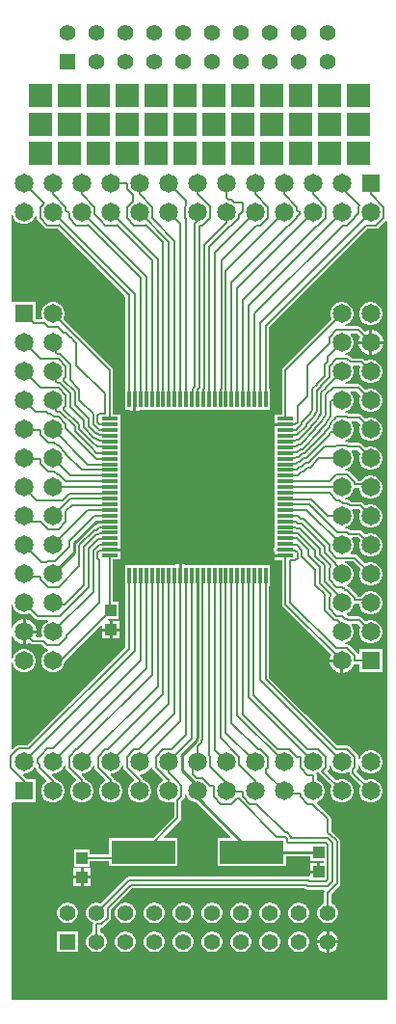
<source format=gbr>
%TF.GenerationSoftware,Altium Limited,Altium Designer,23.4.1 (23)*%
G04 Layer_Physical_Order=1*
G04 Layer_Color=255*
%FSLAX45Y45*%
%MOMM*%
%TF.SameCoordinates,3C8645F9-427F-4EF9-BD5D-D69B0DC8593D*%
%TF.FilePolarity,Positive*%
%TF.FileFunction,Copper,L1,Top,Signal*%
%TF.Part,Single*%
G01*
G75*
%TA.AperFunction,Conductor*%
%ADD10C,0.20000*%
%TA.AperFunction,SMDPad,CuDef*%
%ADD11R,1.47500X0.30000*%
%ADD12R,0.30000X1.47500*%
%ADD13R,5.60000X2.10000*%
%ADD14R,1.00000X1.10000*%
%TA.AperFunction,Conductor*%
%ADD15C,0.25400*%
%TA.AperFunction,ComponentPad*%
%ADD16C,1.65000*%
%ADD17R,1.65000X1.65000*%
%ADD18R,1.65000X1.65000*%
%TA.AperFunction,ViaPad*%
%ADD19R,2.00000X2.00000*%
%TA.AperFunction,ComponentPad*%
%ADD20R,1.39000X1.39000*%
%ADD21C,1.39000*%
G36*
X30485Y6873436D02*
X43980Y6850064D01*
X63064Y6830979D01*
X86436Y6817485D01*
X112506Y6810500D01*
X139494D01*
X165564Y6817485D01*
X188936Y6830979D01*
X208020Y6850064D01*
X221515Y6873436D01*
X224212Y6883504D01*
X236912Y6881832D01*
Y6866402D01*
X236912Y6866401D01*
X239241Y6854696D01*
X245871Y6844772D01*
X311772Y6778871D01*
X321696Y6772241D01*
X333401Y6769912D01*
X333402Y6769912D01*
X423261D01*
X1019412Y6173762D01*
Y5367550D01*
X1015000D01*
Y5180050D01*
X1059600D01*
Y5174650D01*
X1087300D01*
Y5273800D01*
X1112700D01*
Y5174650D01*
X1140400D01*
Y5180050D01*
X2285000D01*
Y5367550D01*
X2280588D01*
Y5904455D01*
X3146045Y6769912D01*
X3220598D01*
X3220599Y6769912D01*
X3232304Y6772241D01*
X3242228Y6778871D01*
X3302000Y6838643D01*
X3314700Y6833383D01*
Y0D01*
X12700D01*
Y1725913D01*
X23500Y1730500D01*
Y1730500D01*
X228500D01*
Y1935500D01*
X151901D01*
X147629Y1941893D01*
X147628Y1941894D01*
X117722Y1971800D01*
X122983Y1984500D01*
X139494D01*
X165564Y1991485D01*
X188936Y2004979D01*
X208020Y2024064D01*
X218812Y2042756D01*
X231512Y2039353D01*
Y2038166D01*
X231512Y2038164D01*
X233841Y2026459D01*
X240471Y2016535D01*
X325488Y1931519D01*
X323830Y1918927D01*
X317064Y1915020D01*
X297980Y1895936D01*
X284485Y1872563D01*
X277500Y1846494D01*
Y1819506D01*
X284485Y1793436D01*
X297980Y1770064D01*
X317064Y1750979D01*
X340436Y1737485D01*
X366506Y1730500D01*
X393494D01*
X419564Y1737485D01*
X442936Y1750979D01*
X462020Y1770064D01*
X475515Y1793436D01*
X482500Y1819506D01*
Y1846494D01*
X475515Y1872563D01*
X462020Y1895936D01*
X442936Y1915020D01*
X419564Y1928515D01*
X408349Y1931520D01*
X408259Y1931970D01*
X401629Y1941893D01*
X401628Y1941894D01*
X371722Y1971800D01*
X376983Y1984500D01*
X393494D01*
X419564Y1991485D01*
X442936Y2004979D01*
X462020Y2024064D01*
X475515Y2047436D01*
X478212Y2057504D01*
X490912Y2055832D01*
Y2040402D01*
X490912Y2040401D01*
X493241Y2028696D01*
X499871Y2018772D01*
X584330Y1934314D01*
X582672Y1921722D01*
X571064Y1915020D01*
X551980Y1895936D01*
X538485Y1872563D01*
X531500Y1846494D01*
Y1819506D01*
X538485Y1793436D01*
X551980Y1770064D01*
X571064Y1750979D01*
X594436Y1737485D01*
X620506Y1730500D01*
X647494D01*
X673564Y1737485D01*
X696936Y1750979D01*
X716020Y1770064D01*
X729515Y1793436D01*
X736500Y1819506D01*
Y1846494D01*
X729515Y1872563D01*
X716020Y1895936D01*
X696936Y1915020D01*
X673564Y1928515D01*
X663954Y1931090D01*
X662259Y1939606D01*
X655629Y1949530D01*
X655628Y1949531D01*
X632392Y1972767D01*
X637252Y1984500D01*
X647494D01*
X673564Y1991485D01*
X696936Y2004979D01*
X716020Y2024064D01*
X729515Y2047436D01*
X732212Y2057504D01*
X744912Y2055832D01*
Y2040402D01*
X744912Y2040401D01*
X747241Y2028696D01*
X753871Y2018772D01*
X838330Y1934314D01*
X836672Y1921722D01*
X825064Y1915020D01*
X805980Y1895936D01*
X792485Y1872563D01*
X785500Y1846494D01*
Y1819506D01*
X792485Y1793436D01*
X805980Y1770064D01*
X825064Y1750979D01*
X848436Y1737485D01*
X874506Y1730500D01*
X901494D01*
X927564Y1737485D01*
X950936Y1750979D01*
X970020Y1770064D01*
X983515Y1793436D01*
X990500Y1819506D01*
Y1846494D01*
X983515Y1872563D01*
X970020Y1895936D01*
X950936Y1915020D01*
X927564Y1928515D01*
X917954Y1931090D01*
X916259Y1939606D01*
X909629Y1949530D01*
X909628Y1949531D01*
X886392Y1972767D01*
X891252Y1984500D01*
X901494D01*
X927564Y1991485D01*
X950936Y2004979D01*
X970020Y2024064D01*
X983515Y2047436D01*
X986212Y2057504D01*
X998912Y2055832D01*
Y2040402D01*
X998912Y2040401D01*
X1001241Y2028696D01*
X1007871Y2018772D01*
X1013258Y2013386D01*
X1013259Y2013384D01*
X1092330Y1934314D01*
X1090672Y1921722D01*
X1079064Y1915020D01*
X1059980Y1895936D01*
X1046485Y1872563D01*
X1039500Y1846494D01*
Y1819506D01*
X1046485Y1793436D01*
X1059980Y1770064D01*
X1079064Y1750979D01*
X1102436Y1737485D01*
X1128506Y1730500D01*
X1155494D01*
X1181564Y1737485D01*
X1204936Y1750979D01*
X1224020Y1770064D01*
X1237515Y1793436D01*
X1244500Y1819506D01*
Y1846494D01*
X1237515Y1872563D01*
X1224020Y1895936D01*
X1204936Y1915020D01*
X1181564Y1928515D01*
X1171953Y1931090D01*
X1170259Y1939606D01*
X1163629Y1949530D01*
X1163628Y1949530D01*
X1145792Y1967367D01*
X1150652Y1979100D01*
X1156205D01*
X1183648Y1986453D01*
X1208252Y2000658D01*
X1228341Y2020748D01*
X1240212Y2041308D01*
X1248374Y2040726D01*
X1253281Y2038545D01*
X1255241Y2028696D01*
X1261871Y2018772D01*
X1283134Y1997510D01*
X1283134Y1997509D01*
X1283135Y1997509D01*
X1291071Y1989572D01*
X1291072Y1989572D01*
X1346330Y1934314D01*
X1344672Y1921722D01*
X1333064Y1915020D01*
X1313980Y1895936D01*
X1300485Y1872563D01*
X1293500Y1846494D01*
Y1819506D01*
X1300485Y1793436D01*
X1313980Y1770064D01*
X1333064Y1750979D01*
X1356436Y1737485D01*
X1382506Y1730500D01*
X1409494D01*
X1433087Y1736822D01*
X1445787Y1730541D01*
Y1608445D01*
X1257742Y1420400D01*
X876000D01*
Y1274463D01*
X705000D01*
Y1318875D01*
X565000D01*
Y1168875D01*
X705000D01*
Y1213287D01*
X876000D01*
Y1170400D01*
X1476000D01*
Y1420400D01*
X1360851D01*
X1355991Y1432133D01*
X1498003Y1574146D01*
X1498004Y1574146D01*
X1504634Y1584070D01*
X1506963Y1595775D01*
Y1741606D01*
X1530129Y1764772D01*
X1536759Y1774696D01*
X1539088Y1786401D01*
Y1801832D01*
X1551788Y1803504D01*
X1554485Y1793436D01*
X1567980Y1770064D01*
X1587064Y1750979D01*
X1610436Y1737485D01*
X1636506Y1730500D01*
X1643750D01*
X1942116Y1432133D01*
X1937256Y1420400D01*
X1826000D01*
Y1170400D01*
X2426000D01*
Y1258160D01*
X2644625D01*
Y1216500D01*
X2764037D01*
Y1201900D01*
X2727325D01*
Y1121500D01*
X2714625D01*
Y1108800D01*
X2639225D01*
Y1087040D01*
X2626525Y1077619D01*
X2622909Y1078338D01*
X2622908Y1078338D01*
X1047750D01*
X1036045Y1076009D01*
X1026121Y1069379D01*
X1026121Y1069378D01*
X800094Y843352D01*
X796546Y845401D01*
X773783Y851500D01*
X750217D01*
X727454Y845401D01*
X707046Y833618D01*
X690382Y816954D01*
X678599Y796546D01*
X672500Y773783D01*
Y750217D01*
X678599Y727454D01*
X690382Y707046D01*
X707046Y690382D01*
X723146Y681087D01*
X733741Y674205D01*
X731412Y662500D01*
Y592461D01*
X727454Y591401D01*
X707046Y579618D01*
X690382Y562954D01*
X678599Y542546D01*
X672500Y519783D01*
Y496217D01*
X678599Y473454D01*
X690382Y453046D01*
X707046Y436382D01*
X727454Y424599D01*
X750217Y418500D01*
X773783D01*
X796546Y424599D01*
X816954Y436382D01*
X833618Y453046D01*
X845401Y473454D01*
X851500Y496217D01*
Y519783D01*
X845401Y542546D01*
X833618Y562954D01*
X816954Y579618D01*
X796546Y591401D01*
X792588Y592461D01*
Y625185D01*
X803214Y631912D01*
X814919Y634241D01*
X824843Y640871D01*
X883128Y699157D01*
X883129Y699157D01*
X889759Y709080D01*
X892088Y720786D01*
Y792262D01*
X1076988Y977162D01*
X2593671D01*
X2595962Y974872D01*
X2595962Y974871D01*
X2605885Y968241D01*
X2617591Y965912D01*
X2759751D01*
X2766539Y953212D01*
X2765741Y952017D01*
X2763412Y940312D01*
X2763412Y940311D01*
Y846461D01*
X2759454Y845401D01*
X2739046Y833618D01*
X2722382Y816954D01*
X2710599Y796546D01*
X2704500Y773783D01*
Y750217D01*
X2710599Y727454D01*
X2722382Y707046D01*
X2739046Y690382D01*
X2759454Y678599D01*
X2782217Y672500D01*
X2805783D01*
X2828546Y678599D01*
X2848954Y690382D01*
X2865618Y707046D01*
X2877401Y727454D01*
X2883500Y750217D01*
Y773783D01*
X2877401Y796546D01*
X2865618Y816954D01*
X2848954Y833618D01*
X2828546Y845401D01*
X2824588Y846461D01*
Y927642D01*
X2896254Y999308D01*
X2902884Y1009231D01*
X2905213Y1020937D01*
Y1392062D01*
X2905213Y1392063D01*
X2902884Y1403769D01*
X2896254Y1413692D01*
X2831817Y1478129D01*
X2824588Y1482959D01*
Y1587500D01*
X2822259Y1599206D01*
X2815629Y1609129D01*
X2815628Y1609129D01*
X2700118Y1724639D01*
X2703405Y1736907D01*
X2705564Y1737485D01*
X2728936Y1750979D01*
X2748020Y1770064D01*
X2761515Y1793436D01*
X2768500Y1819506D01*
Y1846494D01*
X2761515Y1872563D01*
X2748020Y1895936D01*
X2728936Y1915020D01*
X2705564Y1928515D01*
X2696588Y1930920D01*
Y1974500D01*
X2694259Y1986205D01*
X2695202Y1988709D01*
X2705564Y1991485D01*
X2714854Y1996849D01*
X2717290Y1995745D01*
X2723920Y1985822D01*
X2723922Y1985821D01*
X2829132Y1880611D01*
X2824485Y1872563D01*
X2817500Y1846494D01*
Y1819506D01*
X2824485Y1793436D01*
X2837980Y1770064D01*
X2857064Y1750979D01*
X2880436Y1737485D01*
X2906506Y1730500D01*
X2933494D01*
X2959564Y1737485D01*
X2982936Y1750979D01*
X3002020Y1770064D01*
X3015515Y1793436D01*
X3022500Y1819506D01*
Y1846494D01*
X3015515Y1872563D01*
X3002020Y1895936D01*
X2982936Y1915020D01*
X2959564Y1928515D01*
X2933494Y1935500D01*
X2906506D01*
X2880436Y1928515D01*
X2872389Y1923868D01*
X2788807Y2007451D01*
X2800128Y2018772D01*
X2800129Y2018772D01*
X2806759Y2028696D01*
X2809088Y2040401D01*
X2809088Y2040402D01*
Y2055832D01*
X2821788Y2057504D01*
X2824485Y2047436D01*
X2837980Y2024064D01*
X2857064Y2004979D01*
X2880436Y1991485D01*
X2906506Y1984500D01*
X2933494D01*
X2959564Y1991485D01*
X2972962Y1999221D01*
X2985662Y1991889D01*
Y1990751D01*
X2985662Y1990750D01*
X2987991Y1979045D01*
X2994621Y1969121D01*
X3083132Y1880611D01*
X3078485Y1872563D01*
X3071500Y1846494D01*
Y1819506D01*
X3078485Y1793436D01*
X3091980Y1770064D01*
X3111064Y1750979D01*
X3134436Y1737485D01*
X3160506Y1730500D01*
X3187494D01*
X3213564Y1737485D01*
X3236936Y1750979D01*
X3256020Y1770064D01*
X3269515Y1793436D01*
X3276500Y1819506D01*
Y1846494D01*
X3269515Y1872563D01*
X3256020Y1895936D01*
X3236936Y1915020D01*
X3213564Y1928515D01*
X3187494Y1935500D01*
X3160506D01*
X3134436Y1928515D01*
X3126389Y1923868D01*
X3046838Y2003420D01*
Y2011481D01*
X3054128Y2018772D01*
X3054129Y2018772D01*
X3060759Y2028696D01*
X3063088Y2040401D01*
X3063088Y2040402D01*
Y2055832D01*
X3075788Y2057504D01*
X3078485Y2047436D01*
X3091980Y2024064D01*
X3111064Y2004979D01*
X3134436Y1991485D01*
X3160506Y1984500D01*
X3187494D01*
X3213564Y1991485D01*
X3236936Y2004979D01*
X3256020Y2024064D01*
X3269515Y2047436D01*
X3276500Y2073506D01*
Y2100494D01*
X3269515Y2126563D01*
X3256020Y2149936D01*
X3236936Y2169020D01*
X3213564Y2182515D01*
X3187494Y2189500D01*
X3160506D01*
X3134436Y2182515D01*
X3111064Y2169020D01*
X3091980Y2149936D01*
X3078485Y2126563D01*
X3075788Y2116496D01*
X3063088Y2118167D01*
Y2133597D01*
X3063088Y2133599D01*
X3060759Y2145304D01*
X3054129Y2155228D01*
X2988228Y2221129D01*
X2978304Y2227759D01*
X2966599Y2230088D01*
X2966598Y2230087D01*
X2876738D01*
X2601038Y2505788D01*
X2280588Y2826238D01*
Y3632450D01*
X2285000D01*
Y3819950D01*
X1540400D01*
Y3825350D01*
X1512700D01*
Y3726200D01*
X1487300D01*
Y3825350D01*
X1459600D01*
Y3819950D01*
X1015000D01*
Y3632450D01*
X1019412D01*
Y3094670D01*
X160230Y2235488D01*
X77166D01*
X77164Y2235488D01*
X65459Y2233159D01*
X55536Y2226529D01*
X55535Y2226528D01*
X24433Y2195426D01*
X12700Y2200286D01*
Y2957475D01*
X25400Y2959147D01*
X31485Y2936436D01*
X44980Y2913064D01*
X64064Y2893979D01*
X87436Y2880485D01*
X113506Y2873500D01*
X140494D01*
X166564Y2880485D01*
X189936Y2893979D01*
X209020Y2913064D01*
X222515Y2936436D01*
X229500Y2962506D01*
Y2989494D01*
X222515Y3015563D01*
X209020Y3038936D01*
X189936Y3058020D01*
X166564Y3071515D01*
X140494Y3078500D01*
X113506D01*
X87436Y3071515D01*
X64064Y3058020D01*
X44980Y3038936D01*
X31485Y3015563D01*
X25400Y2992853D01*
X12700Y2994525D01*
Y3190610D01*
X25400Y3192282D01*
X26453Y3188352D01*
X40659Y3163748D01*
X60748Y3143658D01*
X85352Y3129453D01*
X112795Y3122100D01*
X114300D01*
Y3230000D01*
Y3337900D01*
X112795D01*
X85352Y3330547D01*
X60748Y3316341D01*
X40659Y3296252D01*
X26453Y3271648D01*
X25400Y3267718D01*
X12700Y3269390D01*
Y3465475D01*
X25400Y3467147D01*
X31485Y3444436D01*
X44980Y3421064D01*
X64064Y3401979D01*
X87436Y3388485D01*
X113506Y3381500D01*
X140494D01*
X166564Y3388485D01*
X174611Y3393131D01*
X223271Y3344472D01*
X223271Y3344471D01*
X233195Y3337841D01*
X244900Y3335512D01*
X244901Y3335512D01*
X333353D01*
X336756Y3322812D01*
X318064Y3312020D01*
X298980Y3292936D01*
X285485Y3269563D01*
X278500Y3243494D01*
Y3216506D01*
X284485Y3194170D01*
X277576Y3181470D01*
X237056D01*
X229106Y3194170D01*
X234900Y3215795D01*
Y3217300D01*
X139700D01*
Y3122100D01*
X141205D01*
X168648Y3129453D01*
X178564Y3135178D01*
X184489Y3129253D01*
X194412Y3122623D01*
X206118Y3120294D01*
X280712D01*
X310535Y3090472D01*
X310536Y3090471D01*
X320459Y3083841D01*
X332164Y3081512D01*
X332166Y3081512D01*
X333353D01*
X336756Y3068812D01*
X318064Y3058020D01*
X298980Y3038936D01*
X285485Y3015563D01*
X278500Y2989494D01*
Y2962506D01*
X285485Y2936436D01*
X298980Y2913064D01*
X318064Y2893979D01*
X341436Y2880485D01*
X367506Y2873500D01*
X394494D01*
X420564Y2880485D01*
X443936Y2893979D01*
X463020Y2913064D01*
X476515Y2936436D01*
X483500Y2962506D01*
Y2969992D01*
X801867Y3288359D01*
X813600Y3283499D01*
Y3261450D01*
X876300D01*
Y3329150D01*
X872468D01*
X865680Y3341850D01*
X866949Y3343750D01*
X959000D01*
Y3493750D01*
X906788D01*
Y3865000D01*
X969950D01*
Y3909600D01*
X975350D01*
Y3937299D01*
X876200D01*
Y3962699D01*
X975350D01*
Y3990400D01*
X969950D01*
Y4115000D01*
Y4215000D01*
Y4315000D01*
Y4415000D01*
Y4515000D01*
Y4615000D01*
Y4715000D01*
Y4815000D01*
Y4915000D01*
Y5015000D01*
Y5135000D01*
X906788D01*
Y5528800D01*
X904459Y5540505D01*
X897829Y5550429D01*
X897828Y5550429D01*
X471868Y5976389D01*
X476515Y5984436D01*
X483500Y6010506D01*
Y6037494D01*
X476515Y6063563D01*
X463020Y6086936D01*
X443936Y6106020D01*
X420564Y6119515D01*
X394494Y6126500D01*
X367506D01*
X341436Y6119515D01*
X318064Y6106020D01*
X298980Y6086936D01*
X285485Y6063563D01*
X278500Y6037494D01*
Y6010506D01*
X285485Y5984436D01*
X286690Y5982349D01*
X280340Y5971351D01*
X229500D01*
Y6126500D01*
X25400D01*
X24500Y6126500D01*
X12700Y6128673D01*
Y6890743D01*
X25400Y6892415D01*
X30485Y6873436D01*
D02*
G37*
%LPC*%
G36*
X3186494Y6126500D02*
X3159506D01*
X3133436Y6119515D01*
X3110064Y6106020D01*
X3090980Y6086936D01*
X3077485Y6063563D01*
X3070500Y6037494D01*
Y6010506D01*
X3077485Y5984436D01*
X3090980Y5961064D01*
X3110064Y5941979D01*
X3133436Y5928485D01*
X3159506Y5921500D01*
X3186494D01*
X3212564Y5928485D01*
X3235936Y5941979D01*
X3255020Y5961064D01*
X3268515Y5984436D01*
X3275500Y6010506D01*
Y6037494D01*
X3268515Y6063563D01*
X3255020Y6086936D01*
X3235936Y6106020D01*
X3212564Y6119515D01*
X3186494Y6126500D01*
D02*
G37*
G36*
X3187205Y5877900D02*
X3185700D01*
Y5782700D01*
X3280900D01*
Y5784205D01*
X3273547Y5811648D01*
X3259341Y5836252D01*
X3239252Y5856341D01*
X3214648Y5870547D01*
X3187205Y5877900D01*
D02*
G37*
G36*
X2932494Y6126500D02*
X2905506D01*
X2879436Y6119515D01*
X2856064Y6106020D01*
X2836980Y6086936D01*
X2823485Y6063563D01*
X2816500Y6037494D01*
Y6010506D01*
X2823485Y5984436D01*
X2828132Y5976389D01*
X2402171Y5550429D01*
X2395541Y5540505D01*
X2393212Y5528800D01*
X2393212Y5528799D01*
Y5135000D01*
X2330050D01*
Y5090400D01*
X2324650D01*
Y5062699D01*
X2423800D01*
Y5037299D01*
X2324650D01*
Y5009600D01*
X2330050D01*
Y4965000D01*
Y4865000D01*
Y4765000D01*
Y4665000D01*
Y4565000D01*
Y4465000D01*
Y4365000D01*
Y4265000D01*
Y4165000D01*
Y4065000D01*
Y3978085D01*
X2327871Y3976629D01*
X2321241Y3966705D01*
X2318912Y3955000D01*
X2321241Y3943295D01*
X2324650Y3938192D01*
Y3912700D01*
X2423800D01*
Y3887300D01*
X2324650D01*
Y3859600D01*
X2393212D01*
Y3471201D01*
X2393212Y3471200D01*
X2395541Y3459494D01*
X2402171Y3449571D01*
X2824178Y3027564D01*
X2818453Y3017648D01*
X2811100Y2990205D01*
Y2988700D01*
X2919000D01*
Y2976000D01*
X2931700D01*
Y2868100D01*
X2933205D01*
X2960648Y2875453D01*
X2985252Y2889658D01*
X3005341Y2909748D01*
X3019547Y2934352D01*
X3022965Y2947110D01*
X3031500Y2945412D01*
X3070500D01*
Y2873500D01*
X3275500D01*
Y3078500D01*
X3070500D01*
Y3040449D01*
X3057800Y3037236D01*
X3053129Y3044228D01*
X2987228Y3110129D01*
X2977304Y3116759D01*
X2965599Y3119088D01*
X2965598Y3119087D01*
X2950168D01*
X2948496Y3131787D01*
X2958564Y3134485D01*
X2981936Y3147979D01*
X3001020Y3167064D01*
X3014515Y3190436D01*
X3021500Y3216506D01*
Y3243494D01*
X3014515Y3269563D01*
X3002449Y3290462D01*
X3006968Y3303162D01*
X3056580D01*
X3082132Y3277611D01*
X3077485Y3269563D01*
X3070500Y3243494D01*
Y3216506D01*
X3077485Y3190436D01*
X3090980Y3167064D01*
X3110064Y3147979D01*
X3133436Y3134485D01*
X3159506Y3127500D01*
X3186494D01*
X3212564Y3134485D01*
X3235936Y3147979D01*
X3255020Y3167064D01*
X3268515Y3190436D01*
X3275500Y3216506D01*
Y3243494D01*
X3268515Y3269563D01*
X3255020Y3292936D01*
X3235936Y3312020D01*
X3212564Y3325515D01*
X3186494Y3332500D01*
X3159506D01*
X3133436Y3325515D01*
X3125389Y3320868D01*
X3090879Y3355379D01*
X3080955Y3362009D01*
X3069250Y3364338D01*
X3069249Y3364338D01*
X2986915D01*
X2977304Y3370759D01*
X2970315Y3372149D01*
X2964723Y3379346D01*
X2966986Y3393348D01*
X2981936Y3401979D01*
X3001020Y3421064D01*
X3014515Y3444436D01*
X3021500Y3470505D01*
X3031206Y3478471D01*
X3031500Y3478412D01*
X3070500D01*
Y3470506D01*
X3077485Y3444436D01*
X3090980Y3421064D01*
X3110064Y3401979D01*
X3133436Y3388485D01*
X3159506Y3381500D01*
X3186494D01*
X3212564Y3388485D01*
X3235936Y3401979D01*
X3255020Y3421064D01*
X3268515Y3444436D01*
X3275500Y3470506D01*
Y3497494D01*
X3268515Y3523563D01*
X3255020Y3546936D01*
X3235936Y3566020D01*
X3212564Y3579515D01*
X3186494Y3586500D01*
X3159506D01*
X3133436Y3579515D01*
X3110064Y3566020D01*
X3090980Y3546936D01*
X3086737Y3539588D01*
X3060299D01*
X3059759Y3542304D01*
X3053129Y3552228D01*
X2987228Y3618129D01*
X2977304Y3624759D01*
X2971150Y3625984D01*
X2965333Y3633799D01*
X2968010Y3647939D01*
X2981936Y3655979D01*
X3001020Y3675064D01*
X3014515Y3698436D01*
X3021500Y3724506D01*
Y3751494D01*
X3014515Y3777563D01*
X3001020Y3800936D01*
X2981936Y3820020D01*
X2958564Y3833515D01*
X2948496Y3836212D01*
X2950168Y3848912D01*
X3018830D01*
X3082132Y3785611D01*
X3077485Y3777563D01*
X3070500Y3751494D01*
Y3724506D01*
X3077485Y3698436D01*
X3090980Y3675064D01*
X3110064Y3655979D01*
X3133436Y3642485D01*
X3159506Y3635500D01*
X3186494D01*
X3212564Y3642485D01*
X3235936Y3655979D01*
X3255020Y3675064D01*
X3268515Y3698436D01*
X3275500Y3724506D01*
Y3751494D01*
X3268515Y3777563D01*
X3255020Y3800936D01*
X3235936Y3820020D01*
X3212564Y3833515D01*
X3186494Y3840500D01*
X3159506D01*
X3133436Y3833515D01*
X3125389Y3828868D01*
X3053129Y3901129D01*
X3043205Y3907759D01*
X3031500Y3910088D01*
X3031499Y3910088D01*
X2998638D01*
X2993778Y3921821D01*
X3001020Y3929064D01*
X3014515Y3952436D01*
X3021500Y3978506D01*
Y4005494D01*
X3014515Y4031563D01*
X3005379Y4047386D01*
X3012712Y4060087D01*
X3061656D01*
X3082132Y4039611D01*
X3077485Y4031563D01*
X3070500Y4005494D01*
Y3978506D01*
X3077485Y3952436D01*
X3090980Y3929064D01*
X3110064Y3909979D01*
X3133436Y3896485D01*
X3159506Y3889500D01*
X3186494D01*
X3212564Y3896485D01*
X3235936Y3909979D01*
X3255020Y3929064D01*
X3268515Y3952436D01*
X3275500Y3978506D01*
Y4005494D01*
X3268515Y4031563D01*
X3255020Y4054936D01*
X3235936Y4074020D01*
X3212564Y4087515D01*
X3186494Y4094500D01*
X3159506D01*
X3133436Y4087515D01*
X3125389Y4082868D01*
X3095954Y4112303D01*
X3086031Y4118934D01*
X3074326Y4121262D01*
X3074324Y4121262D01*
X2992094D01*
X2987228Y4126129D01*
X2977304Y4132759D01*
X2965599Y4135088D01*
X2965598Y4135087D01*
X2950168D01*
X2948496Y4147787D01*
X2958564Y4150485D01*
X2981936Y4163979D01*
X3001020Y4183064D01*
X3014515Y4206436D01*
X3021500Y4232506D01*
Y4259494D01*
X3014515Y4285563D01*
X3008980Y4295150D01*
X3015330Y4306149D01*
X3069593D01*
X3082132Y4293611D01*
X3077485Y4285563D01*
X3070500Y4259494D01*
Y4232506D01*
X3077485Y4206436D01*
X3090980Y4183064D01*
X3110064Y4163979D01*
X3133436Y4150485D01*
X3159506Y4143500D01*
X3186494D01*
X3212564Y4150485D01*
X3235936Y4163979D01*
X3255020Y4183064D01*
X3268515Y4206436D01*
X3275500Y4232506D01*
Y4259494D01*
X3268515Y4285563D01*
X3255020Y4308936D01*
X3235936Y4328020D01*
X3212564Y4341515D01*
X3186494Y4348500D01*
X3159506D01*
X3133436Y4341515D01*
X3125389Y4336868D01*
X3103892Y4358366D01*
X3093968Y4364996D01*
X3082263Y4367325D01*
X3082262Y4367325D01*
X3000032D01*
X2987228Y4380129D01*
X2977304Y4386759D01*
X2965599Y4389088D01*
X2965598Y4389087D01*
X2950168D01*
X2948496Y4401787D01*
X2958564Y4404485D01*
X2981936Y4417979D01*
X3001020Y4437064D01*
X3014515Y4460436D01*
X3021500Y4486505D01*
X3030593Y4493968D01*
X3031500Y4493787D01*
X3070500D01*
Y4486506D01*
X3077485Y4460436D01*
X3090980Y4437064D01*
X3110064Y4417979D01*
X3133436Y4404485D01*
X3159506Y4397500D01*
X3186494D01*
X3212564Y4404485D01*
X3235936Y4417979D01*
X3255020Y4437064D01*
X3268515Y4460436D01*
X3275500Y4486506D01*
Y4513494D01*
X3268515Y4539563D01*
X3255020Y4562936D01*
X3235936Y4582020D01*
X3212564Y4595515D01*
X3186494Y4602500D01*
X3159506D01*
X3133436Y4595515D01*
X3110064Y4582020D01*
X3090980Y4562936D01*
X3086376Y4554963D01*
X3060424D01*
X3059759Y4558304D01*
X3053129Y4568228D01*
X2987228Y4634129D01*
X2977304Y4640759D01*
X2965599Y4643088D01*
X2965598Y4643087D01*
X2950168D01*
X2948496Y4655787D01*
X2958564Y4658485D01*
X2981936Y4671979D01*
X3001020Y4691064D01*
X3014515Y4714436D01*
X3021500Y4740506D01*
Y4767494D01*
X3014515Y4793563D01*
X3002449Y4814462D01*
X3006968Y4827162D01*
X3056580D01*
X3082132Y4801611D01*
X3077485Y4793563D01*
X3070500Y4767494D01*
Y4740506D01*
X3077485Y4714436D01*
X3090980Y4691064D01*
X3110064Y4671979D01*
X3133436Y4658485D01*
X3159506Y4651500D01*
X3186494D01*
X3212564Y4658485D01*
X3235936Y4671979D01*
X3255020Y4691064D01*
X3268515Y4714436D01*
X3275500Y4740506D01*
Y4767494D01*
X3268515Y4793563D01*
X3255020Y4816936D01*
X3235936Y4836020D01*
X3212564Y4849515D01*
X3186494Y4856500D01*
X3159506D01*
X3133436Y4849515D01*
X3125389Y4844868D01*
X3090879Y4879379D01*
X3080955Y4886009D01*
X3069250Y4888338D01*
X3069249Y4888338D01*
X2986915D01*
X2977304Y4894759D01*
X2965599Y4897088D01*
X2965598Y4897087D01*
X2950168D01*
X2948496Y4909787D01*
X2958564Y4912485D01*
X2981936Y4925979D01*
X3001020Y4945064D01*
X3014515Y4968436D01*
X3021500Y4994506D01*
Y5021494D01*
X3014515Y5047563D01*
X3002449Y5068462D01*
X3006968Y5081162D01*
X3056580D01*
X3082132Y5055611D01*
X3077485Y5047563D01*
X3070500Y5021494D01*
Y4994506D01*
X3077485Y4968436D01*
X3090980Y4945064D01*
X3110064Y4925979D01*
X3133436Y4912485D01*
X3159506Y4905500D01*
X3186494D01*
X3212564Y4912485D01*
X3235936Y4925979D01*
X3255020Y4945064D01*
X3268515Y4968436D01*
X3275500Y4994506D01*
Y5021494D01*
X3268515Y5047563D01*
X3255020Y5070936D01*
X3235936Y5090020D01*
X3212564Y5103515D01*
X3186494Y5110500D01*
X3159506D01*
X3133436Y5103515D01*
X3125389Y5098868D01*
X3090879Y5133379D01*
X3080955Y5140009D01*
X3069250Y5142338D01*
X3069249Y5142338D01*
X2986915D01*
X2977304Y5148759D01*
X2965599Y5151088D01*
X2965597Y5151087D01*
X2950168D01*
X2948496Y5163787D01*
X2958564Y5166485D01*
X2981936Y5179979D01*
X3001020Y5199064D01*
X3014515Y5222436D01*
X3021500Y5248506D01*
Y5275494D01*
X3014515Y5301563D01*
X3001020Y5324936D01*
X2993778Y5332179D01*
X2998638Y5343912D01*
X3047830D01*
X3082132Y5309611D01*
X3077485Y5301563D01*
X3070500Y5275494D01*
Y5248506D01*
X3077485Y5222436D01*
X3090980Y5199064D01*
X3110064Y5179979D01*
X3133436Y5166485D01*
X3159506Y5159500D01*
X3186494D01*
X3212564Y5166485D01*
X3235936Y5179979D01*
X3255020Y5199064D01*
X3268515Y5222436D01*
X3275500Y5248506D01*
Y5275494D01*
X3268515Y5301563D01*
X3255020Y5324936D01*
X3235936Y5344020D01*
X3212564Y5357515D01*
X3186494Y5364500D01*
X3159506D01*
X3133436Y5357515D01*
X3125389Y5352868D01*
X3082129Y5396129D01*
X3072205Y5402759D01*
X3060500Y5405088D01*
X3060499Y5405087D01*
X2950168D01*
X2948496Y5417787D01*
X2958564Y5420485D01*
X2981936Y5433979D01*
X3001020Y5453064D01*
X3014515Y5476436D01*
X3021500Y5502506D01*
Y5529494D01*
X3014515Y5555563D01*
X3013562Y5557213D01*
X3019912Y5568212D01*
X3070123D01*
X3077485Y5555563D01*
X3070500Y5529494D01*
Y5502506D01*
X3077485Y5476436D01*
X3090980Y5453064D01*
X3110064Y5433979D01*
X3133436Y5420485D01*
X3159506Y5413500D01*
X3186494D01*
X3212564Y5420485D01*
X3235936Y5433979D01*
X3255020Y5453064D01*
X3268515Y5476436D01*
X3275500Y5502506D01*
Y5529494D01*
X3268515Y5555563D01*
X3255020Y5578936D01*
X3235936Y5598020D01*
X3212564Y5611515D01*
X3186494Y5618500D01*
X3159506D01*
X3133436Y5611515D01*
X3125389Y5606868D01*
X3111829Y5620428D01*
X3101906Y5627059D01*
X3090201Y5629387D01*
X3090199Y5629387D01*
X3007969D01*
X2987228Y5650129D01*
X2977304Y5656759D01*
X2965599Y5659088D01*
X2965598Y5659087D01*
X2950168D01*
X2948496Y5671787D01*
X2958564Y5674485D01*
X2981936Y5687979D01*
X3001020Y5707064D01*
X3014515Y5730436D01*
X3021500Y5756506D01*
Y5783494D01*
X3014515Y5809563D01*
X3001020Y5832936D01*
X2993778Y5840179D01*
X2998638Y5851912D01*
X3047830D01*
X3078178Y5821564D01*
X3072453Y5811648D01*
X3065100Y5784205D01*
Y5782700D01*
X3160300D01*
Y5877900D01*
X3158795D01*
X3131352Y5870547D01*
X3121436Y5864822D01*
X3082129Y5904129D01*
X3072205Y5910759D01*
X3060500Y5913088D01*
X3060499Y5913087D01*
X2950168D01*
X2948496Y5925787D01*
X2958564Y5928485D01*
X2981936Y5941979D01*
X3001020Y5961064D01*
X3014515Y5984436D01*
X3021500Y6010506D01*
Y6037494D01*
X3014515Y6063563D01*
X3001020Y6086936D01*
X2981936Y6106020D01*
X2958564Y6119515D01*
X2932494Y6126500D01*
D02*
G37*
G36*
X3280900Y5757300D02*
X3185700D01*
Y5662100D01*
X3187205D01*
X3214648Y5669453D01*
X3239252Y5683658D01*
X3259341Y5703748D01*
X3273547Y5728352D01*
X3280900Y5755795D01*
Y5757300D01*
D02*
G37*
G36*
X3160300D02*
X3065100D01*
Y5755795D01*
X3072453Y5728352D01*
X3086659Y5703748D01*
X3106748Y5683658D01*
X3131352Y5669453D01*
X3158795Y5662100D01*
X3160300D01*
Y5757300D01*
D02*
G37*
G36*
X964400Y3329150D02*
X901700D01*
Y3261450D01*
X964400D01*
Y3329150D01*
D02*
G37*
G36*
X141205Y3337900D02*
X139700D01*
Y3242700D01*
X234900D01*
Y3244205D01*
X227547Y3271648D01*
X213341Y3296252D01*
X193252Y3316341D01*
X168648Y3330547D01*
X141205Y3337900D01*
D02*
G37*
G36*
X964400Y3236050D02*
X901700D01*
Y3168350D01*
X964400D01*
Y3236050D01*
D02*
G37*
G36*
X876300D02*
X813600D01*
Y3168350D01*
X876300D01*
Y3236050D01*
D02*
G37*
G36*
X2906300Y2963300D02*
X2811100D01*
Y2961795D01*
X2818453Y2934352D01*
X2832659Y2909748D01*
X2852748Y2889658D01*
X2877352Y2875453D01*
X2904795Y2868100D01*
X2906300D01*
Y2963300D01*
D02*
G37*
G36*
X2701925Y1201900D02*
X2639225D01*
Y1134200D01*
X2701925D01*
Y1201900D01*
D02*
G37*
G36*
X710400Y1154275D02*
X647700D01*
Y1086575D01*
X710400D01*
Y1154275D01*
D02*
G37*
G36*
X622300D02*
X559600D01*
Y1086575D01*
X622300D01*
Y1154275D01*
D02*
G37*
G36*
X710400Y1061175D02*
X647700D01*
Y993475D01*
X710400D01*
Y1061175D01*
D02*
G37*
G36*
X622300D02*
X559600D01*
Y993475D01*
X622300D01*
Y1061175D01*
D02*
G37*
G36*
X2551783Y851500D02*
X2528217D01*
X2505454Y845401D01*
X2485046Y833618D01*
X2468382Y816954D01*
X2456599Y796546D01*
X2450500Y773783D01*
Y750217D01*
X2456599Y727454D01*
X2468382Y707046D01*
X2485046Y690382D01*
X2505454Y678599D01*
X2528217Y672500D01*
X2551783D01*
X2574546Y678599D01*
X2594954Y690382D01*
X2611618Y707046D01*
X2623401Y727454D01*
X2629500Y750217D01*
Y773783D01*
X2623401Y796546D01*
X2611618Y816954D01*
X2594954Y833618D01*
X2574546Y845401D01*
X2551783Y851500D01*
D02*
G37*
G36*
X2297783D02*
X2274217D01*
X2251454Y845401D01*
X2231046Y833618D01*
X2214382Y816954D01*
X2202599Y796546D01*
X2196500Y773783D01*
Y750217D01*
X2202599Y727454D01*
X2214382Y707046D01*
X2231046Y690382D01*
X2251454Y678599D01*
X2274217Y672500D01*
X2297783D01*
X2320546Y678599D01*
X2340954Y690382D01*
X2357618Y707046D01*
X2369401Y727454D01*
X2375500Y750217D01*
Y773783D01*
X2369401Y796546D01*
X2357618Y816954D01*
X2340954Y833618D01*
X2320546Y845401D01*
X2297783Y851500D01*
D02*
G37*
G36*
X2043783D02*
X2020217D01*
X1997454Y845401D01*
X1977046Y833618D01*
X1960382Y816954D01*
X1948599Y796546D01*
X1942500Y773783D01*
Y750217D01*
X1948599Y727454D01*
X1960382Y707046D01*
X1977046Y690382D01*
X1997454Y678599D01*
X2020217Y672500D01*
X2043783D01*
X2066546Y678599D01*
X2086954Y690382D01*
X2103618Y707046D01*
X2115401Y727454D01*
X2121500Y750217D01*
Y773783D01*
X2115401Y796546D01*
X2103618Y816954D01*
X2086954Y833618D01*
X2066546Y845401D01*
X2043783Y851500D01*
D02*
G37*
G36*
X1789783D02*
X1766217D01*
X1743454Y845401D01*
X1723046Y833618D01*
X1706382Y816954D01*
X1694599Y796546D01*
X1688500Y773783D01*
Y750217D01*
X1694599Y727454D01*
X1706382Y707046D01*
X1723046Y690382D01*
X1743454Y678599D01*
X1766217Y672500D01*
X1789783D01*
X1812546Y678599D01*
X1832954Y690382D01*
X1849618Y707046D01*
X1861401Y727454D01*
X1867500Y750217D01*
Y773783D01*
X1861401Y796546D01*
X1849618Y816954D01*
X1832954Y833618D01*
X1812546Y845401D01*
X1789783Y851500D01*
D02*
G37*
G36*
X1535783D02*
X1512217D01*
X1489454Y845401D01*
X1469046Y833618D01*
X1452382Y816954D01*
X1440599Y796546D01*
X1434500Y773783D01*
Y750217D01*
X1440599Y727454D01*
X1452382Y707046D01*
X1469046Y690382D01*
X1489454Y678599D01*
X1512217Y672500D01*
X1535783D01*
X1558546Y678599D01*
X1578954Y690382D01*
X1595618Y707046D01*
X1607401Y727454D01*
X1613500Y750217D01*
Y773783D01*
X1607401Y796546D01*
X1595618Y816954D01*
X1578954Y833618D01*
X1558546Y845401D01*
X1535783Y851500D01*
D02*
G37*
G36*
X1281783D02*
X1258217D01*
X1235454Y845401D01*
X1215046Y833618D01*
X1198382Y816954D01*
X1186599Y796546D01*
X1180500Y773783D01*
Y750217D01*
X1186599Y727454D01*
X1198382Y707046D01*
X1215046Y690382D01*
X1235454Y678599D01*
X1258217Y672500D01*
X1281783D01*
X1304546Y678599D01*
X1324954Y690382D01*
X1341618Y707046D01*
X1353401Y727454D01*
X1359500Y750217D01*
Y773783D01*
X1353401Y796546D01*
X1341618Y816954D01*
X1324954Y833618D01*
X1304546Y845401D01*
X1281783Y851500D01*
D02*
G37*
G36*
X1027783D02*
X1004217D01*
X981454Y845401D01*
X961046Y833618D01*
X944382Y816954D01*
X932599Y796546D01*
X926500Y773783D01*
Y750217D01*
X932599Y727454D01*
X944382Y707046D01*
X961046Y690382D01*
X981454Y678599D01*
X1004217Y672500D01*
X1027783D01*
X1050546Y678599D01*
X1070954Y690382D01*
X1087618Y707046D01*
X1099401Y727454D01*
X1105500Y750217D01*
Y773783D01*
X1099401Y796546D01*
X1087618Y816954D01*
X1070954Y833618D01*
X1050546Y845401D01*
X1027783Y851500D01*
D02*
G37*
G36*
X519783D02*
X496217D01*
X473454Y845401D01*
X453046Y833618D01*
X436382Y816954D01*
X424599Y796546D01*
X418500Y773783D01*
Y750217D01*
X424599Y727454D01*
X436382Y707046D01*
X453046Y690382D01*
X473454Y678599D01*
X496217Y672500D01*
X519783D01*
X542546Y678599D01*
X562954Y690382D01*
X579618Y707046D01*
X591401Y727454D01*
X597500Y750217D01*
Y773783D01*
X591401Y796546D01*
X579618Y816954D01*
X562954Y833618D01*
X542546Y845401D01*
X519783Y851500D01*
D02*
G37*
G36*
X2806700Y602845D02*
Y520700D01*
X2888845D01*
X2882433Y544630D01*
X2869939Y566270D01*
X2852270Y583939D01*
X2830630Y596433D01*
X2806700Y602845D01*
D02*
G37*
G36*
X2781300D02*
X2757370Y596433D01*
X2735730Y583939D01*
X2718061Y566270D01*
X2705567Y544630D01*
X2699155Y520700D01*
X2781300D01*
Y602845D01*
D02*
G37*
G36*
X2551783Y597500D02*
X2528217D01*
X2505454Y591401D01*
X2485046Y579618D01*
X2468382Y562954D01*
X2456599Y542546D01*
X2450500Y519783D01*
Y496217D01*
X2456599Y473454D01*
X2468382Y453046D01*
X2485046Y436382D01*
X2505454Y424599D01*
X2528217Y418500D01*
X2551783D01*
X2574546Y424599D01*
X2594954Y436382D01*
X2611618Y453046D01*
X2623401Y473454D01*
X2629500Y496217D01*
Y519783D01*
X2623401Y542546D01*
X2611618Y562954D01*
X2594954Y579618D01*
X2574546Y591401D01*
X2551783Y597500D01*
D02*
G37*
G36*
X2297783D02*
X2274217D01*
X2251454Y591401D01*
X2231046Y579618D01*
X2214382Y562954D01*
X2202599Y542546D01*
X2196500Y519783D01*
Y496217D01*
X2202599Y473454D01*
X2214382Y453046D01*
X2231046Y436382D01*
X2251454Y424599D01*
X2274217Y418500D01*
X2297783D01*
X2320546Y424599D01*
X2340954Y436382D01*
X2357618Y453046D01*
X2369401Y473454D01*
X2375500Y496217D01*
Y519783D01*
X2369401Y542546D01*
X2357618Y562954D01*
X2340954Y579618D01*
X2320546Y591401D01*
X2297783Y597500D01*
D02*
G37*
G36*
X2043783D02*
X2020217D01*
X1997454Y591401D01*
X1977046Y579618D01*
X1960382Y562954D01*
X1948599Y542546D01*
X1942500Y519783D01*
Y496217D01*
X1948599Y473454D01*
X1960382Y453046D01*
X1977046Y436382D01*
X1997454Y424599D01*
X2020217Y418500D01*
X2043783D01*
X2066546Y424599D01*
X2086954Y436382D01*
X2103618Y453046D01*
X2115401Y473454D01*
X2121500Y496217D01*
Y519783D01*
X2115401Y542546D01*
X2103618Y562954D01*
X2086954Y579618D01*
X2066546Y591401D01*
X2043783Y597500D01*
D02*
G37*
G36*
X1789783D02*
X1766217D01*
X1743454Y591401D01*
X1723046Y579618D01*
X1706382Y562954D01*
X1694599Y542546D01*
X1688500Y519783D01*
Y496217D01*
X1694599Y473454D01*
X1706382Y453046D01*
X1723046Y436382D01*
X1743454Y424599D01*
X1766217Y418500D01*
X1789783D01*
X1812546Y424599D01*
X1832954Y436382D01*
X1849618Y453046D01*
X1861401Y473454D01*
X1867500Y496217D01*
Y519783D01*
X1861401Y542546D01*
X1849618Y562954D01*
X1832954Y579618D01*
X1812546Y591401D01*
X1789783Y597500D01*
D02*
G37*
G36*
X1535783D02*
X1512217D01*
X1489454Y591401D01*
X1469046Y579618D01*
X1452382Y562954D01*
X1440599Y542546D01*
X1434500Y519783D01*
Y496217D01*
X1440599Y473454D01*
X1452382Y453046D01*
X1469046Y436382D01*
X1489454Y424599D01*
X1512217Y418500D01*
X1535783D01*
X1558546Y424599D01*
X1578954Y436382D01*
X1595618Y453046D01*
X1607401Y473454D01*
X1613500Y496217D01*
Y519783D01*
X1607401Y542546D01*
X1595618Y562954D01*
X1578954Y579618D01*
X1558546Y591401D01*
X1535783Y597500D01*
D02*
G37*
G36*
X1281783D02*
X1258217D01*
X1235454Y591401D01*
X1215046Y579618D01*
X1198382Y562954D01*
X1186599Y542546D01*
X1180500Y519783D01*
Y496217D01*
X1186599Y473454D01*
X1198382Y453046D01*
X1215046Y436382D01*
X1235454Y424599D01*
X1258217Y418500D01*
X1281783D01*
X1304546Y424599D01*
X1324954Y436382D01*
X1341618Y453046D01*
X1353401Y473454D01*
X1359500Y496217D01*
Y519783D01*
X1353401Y542546D01*
X1341618Y562954D01*
X1324954Y579618D01*
X1304546Y591401D01*
X1281783Y597500D01*
D02*
G37*
G36*
X1027783D02*
X1004217D01*
X981454Y591401D01*
X961046Y579618D01*
X944382Y562954D01*
X932599Y542546D01*
X926500Y519783D01*
Y496217D01*
X932599Y473454D01*
X944382Y453046D01*
X961046Y436382D01*
X981454Y424599D01*
X1004217Y418500D01*
X1027783D01*
X1050546Y424599D01*
X1070954Y436382D01*
X1087618Y453046D01*
X1099401Y473454D01*
X1105500Y496217D01*
Y519783D01*
X1099401Y542546D01*
X1087618Y562954D01*
X1070954Y579618D01*
X1050546Y591401D01*
X1027783Y597500D01*
D02*
G37*
G36*
X597500D02*
X418500D01*
Y418500D01*
X597500D01*
Y597500D01*
D02*
G37*
G36*
X2888845Y495300D02*
X2806700D01*
Y413155D01*
X2830630Y419567D01*
X2852270Y432061D01*
X2869939Y449730D01*
X2882433Y471370D01*
X2888845Y495300D01*
D02*
G37*
G36*
X2781300D02*
X2699155D01*
X2705567Y471370D01*
X2718061Y449730D01*
X2735730Y432061D01*
X2757370Y419567D01*
X2781300Y413155D01*
Y495300D01*
D02*
G37*
%LPD*%
D10*
X2658750Y5180991D02*
G03*
X2633521Y5135113I260250J-172991D01*
G01*
X2698750Y5168455D02*
G03*
X2667233Y5112257I220250J-160455D01*
G01*
X2851898Y5098297D02*
G03*
X2808089Y5026839I67102J-90297D01*
G01*
X2738750Y5154854D02*
G03*
X2701378Y5089833I180250J-146854D01*
G01*
X2778750Y5139856D02*
G03*
X2736078Y5067965I140250J-131856D01*
G01*
X2814968Y5119505D02*
G03*
X2771532Y5046850I104032J-111505D01*
G01*
X334401Y3850500D02*
X398599D01*
X527050Y3978951D02*
Y4029073D01*
X742977Y4245000D01*
X398599Y3850500D02*
X527050Y3978951D01*
X742977Y4245000D02*
X871200D01*
Y4145000D02*
X876200Y4150000D01*
X612450Y3993700D02*
X743749Y4124999D01*
X783455Y4145000D02*
X871200D01*
X763454Y4124999D02*
X783455Y4145000D01*
X612450Y3810351D02*
Y3993700D01*
X743749Y4124999D02*
X763454D01*
X381000Y3992000D02*
X689000Y4300000D01*
X876200D01*
X226112Y5162888D02*
X321013D01*
X127000Y5262000D02*
X226112Y5162888D01*
X321013D02*
X334401Y5149500D01*
X2874625Y1020937D02*
Y1392063D01*
X2805716Y1456500D02*
X2810188D01*
X2777051Y1036500D02*
X2794625Y1054074D01*
X2794000Y762000D02*
Y940312D01*
X2634159Y1036500D02*
X2777051D01*
X2794000Y940312D02*
X2874625Y1020937D01*
X2622909Y1047750D02*
X2634159Y1036500D01*
X2794000Y1468216D02*
X2805716Y1456500D01*
X2617591Y996500D02*
X2793620D01*
X2834625Y1037505D01*
X2606341Y1007750D02*
X2617591Y996500D01*
X1064318Y1007750D02*
X2606341D01*
X2834625Y1037505D02*
Y1207505D01*
X2794000Y1468216D02*
Y1587500D01*
X2476000Y1416500D02*
X2793620D01*
X2834625Y1207505D02*
Y1375495D01*
X860641Y804073D02*
X1064318Y1007750D01*
X381000Y2976000D02*
X446250D01*
X889000Y3418750D01*
X332164Y3112100D02*
X429836D01*
X498900Y3181164D01*
X293382Y3150882D02*
X332164Y3112100D01*
X876200Y3431550D02*
Y3900000D01*
Y3431550D02*
X889000Y3418750D01*
X1047750Y1047750D02*
X2622909D01*
X2553500Y1786401D02*
X2619401Y1720500D01*
X2553500Y1786401D02*
Y1809750D01*
X2435250D02*
X2553500D01*
X2412000Y1833000D02*
X2435250Y1809750D01*
X2794625Y1054074D02*
Y1358926D01*
X2777051Y1376500D02*
X2794625Y1358926D01*
X2661000Y1720500D02*
X2794000Y1587500D01*
X2810188Y1456500D02*
X2874625Y1392063D01*
X2619401Y1720500D02*
X2661000D01*
X2793620Y1416500D02*
X2834625Y1375495D01*
X2652199Y1376500D02*
X2777051D01*
X2476000Y1416500D02*
Y1429395D01*
X2450448Y1375427D02*
X2651125D01*
X2111401Y1720500D02*
X2168875D01*
X2047875Y1784026D02*
X2111401Y1720500D01*
X2045500Y1786401D02*
Y1825625D01*
X1904000Y1833000D02*
X1911375Y1825625D01*
X1950599Y1720500D02*
X1994431Y1764333D01*
X2434995Y1470400D02*
X2476000Y1429395D01*
X2344933Y1430400D02*
X2418426D01*
X2011000Y1764333D02*
X2344933Y1430400D01*
X2045500Y1786401D02*
X2047875Y1784026D01*
X1911375Y1825625D02*
X2045500D01*
X1994431Y1764333D02*
X2011000D01*
X860641Y804073D02*
X861500Y803214D01*
X803214Y662500D02*
X861500Y720786D01*
X762000Y662500D02*
X803214D01*
X762000Y508000D02*
Y662500D01*
X2047875Y1784026D02*
Y1784026D01*
X861500Y720786D02*
Y803214D01*
X2418975Y1470400D02*
X2434995D01*
X2168875Y1720500D02*
X2418975Y1470400D01*
X762000Y762000D02*
X1047750Y1047750D01*
X2436000Y1389875D02*
Y1412826D01*
X1762500Y1879599D02*
X1791500D01*
X2651125Y1375427D02*
X2652199Y1376500D01*
X1696599Y1945500D02*
X1762500Y1879599D01*
X1642212Y1945500D02*
X1696599D01*
X2436000Y1389875D02*
X2450448Y1375427D01*
X1791500Y1786401D02*
Y1879599D01*
X1857401Y1720500D02*
X1950599D01*
X1791500Y1786401D02*
X1857401Y1720500D01*
X1610793Y1976918D02*
X1642212Y1945500D01*
X2418426Y1430400D02*
X2436000Y1412826D01*
X1610793Y1976918D02*
Y2047793D01*
X1650000Y2087000D01*
X1124475Y1243875D02*
X1176000Y1295400D01*
X635000Y1243875D02*
X1124475D01*
X1176000Y1295400D02*
X1476375Y1595775D01*
Y1754276D01*
X1508500Y1786401D01*
Y1879599D01*
X1471799Y1916299D02*
X1508500Y1879599D01*
X1396000Y1992098D02*
X1471799Y1916299D01*
X1396000Y1992098D02*
Y2087000D01*
X431265Y6805166D02*
X1050000Y6186432D01*
X431265Y6805166D02*
Y6805166D01*
X1050000Y5273800D02*
Y6186432D01*
X426599Y6800500D02*
X431265Y6805166D01*
X333401Y6800500D02*
X426599D01*
X267500Y6866401D02*
X333401Y6800500D01*
X267500Y6866401D02*
Y6959599D01*
X126000Y7167000D02*
X300451Y6992549D01*
X267500Y6959599D02*
X300451Y6992549D01*
X126000Y7167000D02*
Y7167000D01*
X380000Y6913000D02*
X1100000Y6193000D01*
Y5273800D02*
Y6193000D01*
X587401Y6800500D02*
X680599D01*
X685265Y6805166D02*
Y6805166D01*
Y6805166D02*
X1150000Y6340432D01*
X521500Y6866401D02*
Y6905625D01*
Y6866401D02*
X587401Y6800500D01*
X680599D02*
X685265Y6805166D01*
X380000Y7072099D02*
Y7167000D01*
X492500Y6934625D02*
X521500Y6905625D01*
X492500Y6934625D02*
Y6959599D01*
X380000Y7072099D02*
X492500Y6959599D01*
X1150000Y5273800D02*
Y6340432D01*
X841401Y6800500D02*
X934599D01*
X804700Y6837201D02*
X841401Y6800500D01*
X746500Y6895401D02*
X804700Y6837200D01*
X634000Y7072099D02*
Y7167000D01*
Y7072099D02*
X746500Y6959599D01*
X939265Y6805166D02*
Y6805166D01*
X746500Y6895401D02*
Y6959599D01*
X634000Y6913000D02*
X1200000Y6347000D01*
Y5273800D02*
Y6347000D01*
X939265Y6805166D02*
X1250000Y6494432D01*
X934599Y6800500D02*
X939265Y6805166D01*
X1250000Y5273800D02*
Y6494432D01*
X888000Y6913000D02*
X1300000Y6501000D01*
Y5273800D02*
Y6501000D01*
X1193265Y6805166D02*
X1350000Y6648431D01*
X1193265Y6805166D02*
Y6805166D01*
X888000Y7167000D02*
X1029500D01*
X1095401Y6800500D02*
X1188599D01*
X1350000Y5273800D02*
Y6648431D01*
X1029500Y6866401D02*
Y6959599D01*
X1188599Y6800500D02*
X1193265Y6805166D01*
X1029500Y7120401D02*
X1079500Y7070401D01*
Y7009599D02*
Y7070401D01*
X1029500Y6959599D02*
X1079500Y7009599D01*
X1029500Y6866401D02*
X1095401Y6800500D01*
X1029500Y7120401D02*
Y7167000D01*
X1250112Y6862013D02*
X1254500Y6866401D01*
X1142000Y7072099D02*
X1254500Y6959599D01*
X1250112Y6862013D02*
X1250112D01*
X1142000Y7072099D02*
Y7167000D01*
X1254500Y6866401D02*
Y6959599D01*
X1250112Y6862013D02*
X1450000Y6662125D01*
Y5273800D02*
Y6662125D01*
X1142000Y6913000D02*
X1400000Y6655000D01*
Y5273800D02*
Y6655000D01*
X1396000Y6913000D02*
X1500000Y6809000D01*
Y5273800D02*
Y6809000D01*
X1550000Y5273800D02*
Y6853901D01*
Y6972099D02*
Y7013000D01*
X1537500Y6866401D02*
X1550000Y6853901D01*
X1537500Y6866401D02*
Y6959599D01*
X1550000Y6972099D01*
X1396000Y7167000D02*
X1550000Y7013000D01*
X1625000Y5393113D02*
X1626875Y5394988D01*
Y6817068D01*
X1625000Y5386545D02*
Y5393113D01*
X1600000Y5273800D02*
X1605000Y5278800D01*
X1615000Y5376545D02*
X1625000Y5386545D01*
X1626875Y6817068D02*
X1650000Y6840193D01*
X1615000Y5369988D02*
Y5376545D01*
X1605000Y5278800D02*
Y5359976D01*
X1615000Y5369988D02*
X1615006Y5369982D01*
X1650000Y6840193D02*
Y6913000D01*
X1605000Y5359976D02*
X1615006Y5369982D01*
X1666875Y5378420D02*
Y6800500D01*
X1696599D01*
X1650000Y7072098D02*
X1757549Y6964549D01*
Y6964549D02*
X1762500Y6959599D01*
Y6866401D02*
Y6959599D01*
X1696599Y6800500D02*
X1762500Y6866401D01*
X1650000Y7072098D02*
Y7167000D01*
X1655000Y5278800D02*
Y5359976D01*
X1650000Y5273800D02*
X1655000Y5278800D01*
X1665000Y5369977D02*
Y5376545D01*
X1655000Y5359976D02*
X1665000Y5369977D01*
Y5376545D02*
X1666875Y5378420D01*
X1904000Y6818318D02*
Y6913000D01*
X1710000Y6624318D02*
X1904000Y6818318D01*
X1710000Y5364976D02*
Y6624318D01*
X1700000Y5273800D02*
X1705000Y5278800D01*
Y5359976D02*
X1710000Y5364976D01*
X1705000Y5278800D02*
Y5359976D01*
X2150000Y6023500D02*
X2927000Y6800500D01*
X2250000Y5273800D02*
Y5917125D01*
X1900000Y5273800D02*
Y6401000D01*
X2200000Y5273800D02*
Y5939000D01*
X1750000Y5273800D02*
Y6607750D01*
X2050000Y6145750D02*
X2704750Y6800500D01*
X1800000Y6555000D02*
X2158000Y6913000D01*
X1855000Y5359976D02*
X1860000Y5364976D01*
X1900000Y6401000D02*
X2412000Y6913000D01*
X1950000Y6299750D02*
X2450750Y6800500D01*
X2100000Y6093000D02*
X2920000Y6913000D01*
X1950599Y6800500D02*
X2016500Y6866401D01*
X2050000Y5273800D02*
Y6145750D01*
X2150000Y5273800D02*
Y6023500D01*
X1750000Y6607750D02*
X1942750Y6800500D01*
X1950599D01*
X1855000Y5278800D02*
Y5359976D01*
X2100000Y5273800D02*
Y6093000D01*
X1800000Y5273800D02*
Y6555000D01*
X2000000Y5273800D02*
Y6247000D01*
X1950000Y5273800D02*
Y6299750D01*
X1860000Y5364976D02*
Y6495500D01*
X2200000Y5939000D02*
X3174000Y6913000D01*
X1860000Y6495500D02*
X2165000Y6800500D01*
X2000000Y6247000D02*
X2666000Y6913000D01*
X2250000Y5917125D02*
X3133375Y6800500D01*
X3220599D01*
X1920875Y7025500D02*
X1950599D01*
X2016500Y6866401D02*
Y6890125D01*
X1904000Y7042375D02*
X1920875Y7025500D01*
X2016500Y6890125D02*
X2045500Y6919125D01*
X1904000Y7042375D02*
Y7167000D01*
X2045500Y6919125D02*
Y7000875D01*
X1975224D02*
X2045500D01*
X1950599Y7025500D02*
X1975224Y7000875D01*
X2158000Y7072099D02*
X2270500Y6959599D01*
X1850000Y5273800D02*
X1855000Y5278800D01*
X2165000Y6800500D02*
X2204599D01*
X2270500Y6866401D02*
Y6959599D01*
X2204599Y6800500D02*
X2270500Y6866401D01*
X2158000Y7072099D02*
Y7167000D01*
X2412000Y7072099D02*
Y7167000D01*
X2450750Y6800500D02*
X2458599D01*
X2412000Y7072099D02*
X2524500Y6959599D01*
Y6866401D02*
Y6874250D01*
X2553500Y6903250D01*
X2458599Y6800500D02*
X2524500Y6866401D01*
X2553500Y6903250D02*
Y6905625D01*
X2524500Y6934625D02*
X2553500Y6905625D01*
X2524500Y6934625D02*
Y6959599D01*
X2704750Y6800500D02*
X2712599D01*
X2778500Y6866401D01*
Y6959599D01*
X2666000Y7072099D02*
X2778500Y6959599D01*
X2666000Y7072099D02*
Y7167000D01*
X2920000Y7128875D02*
Y7167000D01*
X2927000Y6800500D02*
X2966599D01*
X3032500Y6866401D02*
Y6874250D01*
X2966599Y6800500D02*
X3032500Y6866401D01*
Y6874250D02*
X3061500Y6903250D01*
Y6959599D01*
X2920000Y7128875D02*
X3075388Y6973487D01*
X3061500Y6959599D02*
X3075388Y6973487D01*
X3220599Y6800500D02*
X3286500Y6866401D01*
Y6959599D01*
X3174000Y7072099D02*
X3286500Y6959599D01*
X3174000Y7072099D02*
Y7167000D01*
X2423800Y5528800D02*
X2919000Y6024000D01*
X2423800Y5100000D02*
Y5528800D01*
X2727550Y4989732D02*
Y5002868D01*
X2807550Y4969731D02*
X2822860Y4985042D01*
X2602817Y4715000D02*
X2622524D01*
X2589387Y4795000D02*
X2767550Y4973163D01*
X2553112Y4835000D02*
X2572818D01*
X2536544Y4875000D02*
X2556250D01*
X2428800Y5005000D02*
X2516545D01*
X3060500Y5882500D02*
X3173000Y5770000D01*
X2567550Y5069142D02*
X2633521Y5135113D01*
X2647550Y5022869D02*
Y5036005D01*
X2767550Y4973163D02*
Y4986300D01*
X2807550Y4956595D02*
Y4969731D01*
X2765273Y4857750D02*
X2863651D01*
X2639092Y4675001D02*
X2718091Y4754000D01*
X2569680Y4795000D02*
X2589387D01*
X2428800Y4955000D02*
X2523113D01*
X2806500Y5816599D02*
X2872401Y5882500D01*
X2647550Y5036005D02*
X2701378Y5089833D01*
X2718091Y4754000D02*
X2919000D01*
X2556250Y4875000D02*
X2687550Y5006300D01*
X2523113Y4955000D02*
X2607550Y5039437D01*
X2423800Y5050000D02*
X2494125D01*
X2687550Y5019437D02*
X2736078Y5067965D01*
X2727550Y5002868D02*
X2771532Y5046850D01*
X2622524Y4715000D02*
X2765273Y4857750D01*
X2605955Y4755000D02*
X2807550Y4956595D01*
X2509976Y5055000D02*
X2527550Y5072574D01*
X2499125Y5055000D02*
X2509976D01*
X2494125Y5050000D02*
X2499125Y5055000D01*
X2607550Y5039437D02*
Y5052574D01*
X2687550Y5006300D02*
Y5019437D01*
X2586249Y4755000D02*
X2605955D01*
X2527550Y5210425D02*
X2618750Y5301625D01*
X2527550Y5072574D02*
Y5210425D01*
X2567550Y5056005D02*
Y5069142D01*
X2607550Y5052574D02*
X2667233Y5112257D01*
X2516545Y5005000D02*
X2567550Y5056005D01*
X2618750Y5571500D02*
X2806500Y5759250D01*
X2618750Y5301625D02*
Y5571500D01*
X2619386Y4675001D02*
X2639092D01*
X2572818Y4835000D02*
X2727550Y4989732D01*
X2539681Y4915000D02*
X2647550Y5022869D01*
X2806500Y5759250D02*
Y5816599D01*
X2872401Y5882500D02*
X3060500D01*
X2767550Y4986300D02*
X2808089Y5026839D01*
X2519975Y4915000D02*
X2539681D01*
X2423800Y5000000D02*
X2428800Y5005000D01*
X2658750Y5361523D02*
X2698125Y5400899D01*
X2658750Y5180991D02*
Y5361523D01*
X2766500Y5485970D02*
Y5579167D01*
X2794000Y5645000D02*
X2919000Y5770000D01*
X2766500Y5485969D02*
X2766500Y5485970D01*
X2766500Y5476636D02*
Y5485969D01*
X2794000Y5606667D02*
Y5645000D01*
X2698125Y5408262D02*
X2766500Y5476636D01*
X2766500Y5579167D02*
X2794000Y5606667D01*
X2698125Y5400899D02*
Y5408262D01*
X2806500Y5469401D02*
X2811166Y5464735D01*
X2738125Y5391693D02*
X2811166Y5464735D01*
X2738125Y5384330D02*
Y5391693D01*
X2698750Y5344955D02*
X2738125Y5384330D01*
X2698750Y5168455D02*
Y5344955D01*
X2896042Y4985042D02*
X2919000Y5008000D01*
X2822860Y4985042D02*
X2896042D01*
X2851898Y5098297D02*
X2858750Y5105149D01*
X2814968Y5119505D02*
X2818750Y5123287D01*
X2830466Y5262000D02*
X2919000D01*
X2971457Y5114642D02*
X2974349Y5111750D01*
X2818750Y5250284D02*
X2830466Y5262000D01*
X2818750Y5123287D02*
Y5250284D01*
X2858750Y5105149D02*
Y5108942D01*
X2841431Y5374500D02*
X3060500D01*
X2858750Y5108942D02*
X2870308Y5120500D01*
X2738750Y5154854D02*
Y5328387D01*
X2778750Y5139856D02*
Y5311818D01*
X2870308Y5120500D02*
X2965599D01*
X2738750Y5328387D02*
X2778125Y5367762D01*
X2965599Y5120500D02*
X2971457Y5114642D01*
X2778750Y5311818D02*
X2841431Y5374500D01*
X2778125Y5367762D02*
Y5375125D01*
X2806500Y5469401D02*
Y5562599D01*
X2551248Y4720000D02*
X2586249Y4755000D01*
X2423800Y4900000D02*
X2428800Y4905000D01*
X2423800Y4950000D02*
X2428800Y4955000D01*
X2523112Y4805000D02*
X2553112Y4835000D01*
X2806500Y5562599D02*
X2872401Y5628500D01*
X2995299Y5598799D02*
X3090201D01*
X3173000Y5516000D01*
X2965599Y5628500D02*
X2995299Y5598799D01*
X2539680Y4765000D02*
X2569680Y4795000D01*
X2872401Y5628500D02*
X2965599D01*
X2584385Y4640000D02*
X2619386Y4675001D01*
X2516543Y4855000D02*
X2536544Y4875000D01*
X2567817Y4680000D02*
X2602817Y4715000D01*
X2509975Y4905000D02*
X2519975Y4915000D01*
X2428800Y4905000D02*
X2509975D01*
X2778125Y5375125D02*
X2919000Y5516000D01*
X2519976Y4765000D02*
X2539680D01*
X2863651Y4857750D02*
X2872401Y4866500D01*
X2423800Y4850000D02*
X2428800Y4855000D01*
X2548113Y4680000D02*
X2567817D01*
X2428800Y4805000D02*
X2523112D01*
X2531545Y4720000D02*
X2551248D01*
X2564682Y4640000D02*
X2584385D01*
X2428800Y4855000D02*
X2516543D01*
X2509976Y4755000D02*
X2519976Y4765000D01*
X2423800Y4800000D02*
X2428800Y4805000D01*
X3060500Y5374500D02*
X3173000Y5262000D01*
X2529682Y4605000D02*
X2564682Y4640000D01*
X2428800Y4755000D02*
X2509976D01*
X2516545Y4705000D02*
X2531545Y4720000D01*
X2523113Y4655000D02*
X2548113Y4680000D01*
X2423800Y4750000D02*
X2428800Y4755000D01*
X2423800Y4700000D02*
X2428800Y4705000D01*
Y4605000D02*
X2529682D01*
X2428800Y4705000D02*
X2516545D01*
X2499266Y4655000D02*
X2523113D01*
X2974349Y5111750D02*
X3069250D01*
X3173000Y5008000D01*
X2499266Y4655000D02*
X2499266Y4655000D01*
X2428800Y4655000D02*
X2499266D01*
X2423800Y4650000D02*
X2428800Y4655000D01*
X2974349Y4857750D02*
X3069250D01*
X2965599Y4866500D02*
X2974349Y4857750D01*
X3069250D02*
X3173000Y4754000D01*
X2423800Y4600000D02*
X2428800Y4605000D01*
X2872401Y4866500D02*
X2965599D01*
X2423800Y4550000D02*
X2809901D01*
X2872401Y4612500D01*
X2965599D01*
X3031500Y4546599D01*
Y4524375D02*
Y4546599D01*
Y4524375D02*
X3148625D01*
X3173000Y4500000D01*
X2423800D02*
X2919000D01*
X2423800Y4450000D02*
X2809901D01*
X2872401Y4387500D01*
X2899125D01*
X2928125Y4358500D01*
X2965599D01*
X2987362Y4336737D01*
X3082263D01*
X3173000Y4246000D01*
X2795568D02*
X2919000D01*
X2651568Y4390000D02*
X2795568Y4246000D01*
X2514976Y4390000D02*
X2651568D01*
X2423800Y4400000D02*
X2428800Y4395000D01*
X2509976D02*
X2514976Y4390000D01*
X2428800Y4395000D02*
X2509976D01*
X2423800Y4350000D02*
X2635000D01*
X2880500Y4104500D01*
X2965599D01*
X2979424Y4090674D01*
X3074326D01*
X3173000Y3992000D01*
X2611000Y4300000D02*
X2919000Y3992000D01*
X2423800Y4300000D02*
X2611000D01*
X2528625Y4250000D02*
X2560341Y4218284D01*
X2423800Y4250000D02*
X2528625D01*
X2499266Y4195000D02*
X2516545D01*
X2423800Y4100000D02*
X2428800Y4095000D01*
X2766500Y3928833D02*
X2862049Y3833284D01*
X2766500Y3928833D02*
Y3975455D01*
X2919000Y3738000D02*
Y3768966D01*
X2519978Y4134999D02*
X2548376D01*
X2553375Y4130000D01*
X2560341Y4218284D02*
X2578228D01*
X2499266Y4195000D02*
X2499266Y4195000D01*
X2586512Y4209999D02*
X2588524D01*
X3031500Y3879500D02*
X3173000Y3738000D01*
X2726500Y3912264D02*
Y3958886D01*
X2499266Y4094999D02*
X2533820D01*
X2686500Y3942318D01*
X2862049Y3825917D02*
X2919000Y3768966D01*
X2588524Y4209999D02*
X2806500Y3992023D01*
X2578228Y4218284D02*
X2586512Y4209999D01*
X2555387Y4130000D02*
X2726500Y3958886D01*
X2533261Y4178284D02*
X2561659D01*
X2516545Y4195000D02*
X2533261Y4178284D01*
X2509976Y4145000D02*
X2519978Y4134999D01*
X2624375Y3901253D02*
Y3947875D01*
Y3901253D02*
X2726500Y3799128D01*
X2862049Y3825917D02*
Y3833284D01*
X2806500Y3945401D02*
Y3992023D01*
X2571955Y4170000D02*
X2766500Y3975455D01*
X2726500Y3658264D02*
Y3799128D01*
X2423800Y4200000D02*
X2428800Y4195000D01*
X2726500Y3912264D02*
X2822049Y3816716D01*
Y3800147D02*
Y3816716D01*
X2522250Y4050000D02*
X2624375Y3947875D01*
X2806500Y3945401D02*
X2872401Y3879500D01*
X2428800Y4195000D02*
X2499266D01*
X2499265Y4095000D02*
X2499266Y4094999D01*
X2686500Y3895696D02*
X2766500Y3815696D01*
Y3674833D02*
Y3815696D01*
X2872401Y3879500D02*
X3031500D01*
X2686500Y3895696D02*
Y3942318D01*
X2806500Y3784599D02*
X2822049Y3800147D01*
X2428800Y4095000D02*
X2499265D01*
X2423800Y4150000D02*
X2428800Y4145000D01*
X2569944Y4170000D02*
X2571955D01*
X2428800Y4145000D02*
X2509976D01*
X2561659Y4178284D02*
X2569944Y4170000D01*
X2945750Y3596500D02*
X2965599D01*
X3031500Y3530599D01*
X2945750Y3596500D02*
Y3602068D01*
X2806500Y3691401D02*
X2872401Y3625500D01*
X2922318D01*
X3031500Y3509000D02*
X3148000D01*
X3173000Y3484000D01*
X2766500Y3674833D02*
X2919000Y3522333D01*
X2922318Y3625500D02*
X2945750Y3602068D01*
X3031500Y3509000D02*
Y3530599D01*
X2553375Y4130000D02*
X2555387D01*
X2919000Y3484000D02*
Y3522333D01*
X2806500Y3691401D02*
Y3784599D01*
Y3530599D02*
X2822049Y3546147D01*
Y3562716D01*
X2567550Y3889375D02*
X2686500Y3770425D01*
Y3641696D02*
X2766500Y3561696D01*
X2686500Y3641696D02*
Y3770425D01*
X2726500Y3658264D02*
X2822049Y3562716D01*
X2766500Y3420833D02*
Y3561696D01*
X2872401Y3371500D02*
X2921000D01*
X2806500Y3437401D02*
X2872401Y3371500D01*
X2950000Y3342500D02*
X2965599D01*
X2806500Y3437401D02*
Y3530599D01*
X2965599Y3342500D02*
X2974349Y3333750D01*
X2423800Y4050000D02*
X2522250D01*
X2921000Y3371500D02*
X2950000Y3342500D01*
X2974349Y3333750D02*
X3069250D01*
X3173000Y3230000D01*
X2428800Y3995000D02*
X2520682D01*
X2548250Y3963295D02*
Y3967432D01*
X2349500Y3955000D02*
X2423800D01*
X2433800Y3945000D01*
X2855833Y3331500D02*
X2877970D01*
X2433800Y3945000D02*
X2509976D01*
X2527550Y3872574D02*
Y3927426D01*
X2766500Y3420833D02*
X2855833Y3331500D01*
X2891256Y3257744D02*
Y3318215D01*
X2520682Y3995000D02*
X2548250Y3967432D01*
X2509976Y3945000D02*
X2527550Y3927426D01*
X2891256Y3257744D02*
X2919000Y3230000D01*
X2877970Y3331500D02*
X2891256Y3318215D01*
X2567550Y3889375D02*
Y3943994D01*
X2509976Y3855000D02*
X2527550Y3872574D01*
X2548250Y3963295D02*
X2567550Y3943994D01*
X2423800Y4000000D02*
X2428800Y3995000D01*
X2463800Y3855000D02*
X2509976D01*
X3031500Y2976000D02*
Y3022599D01*
Y2976000D02*
X3173000D01*
X2463800Y3487768D02*
X2867735Y3083833D01*
X2872401Y3088500D01*
X2965599D01*
X3031500Y3022599D01*
X2463800Y3487768D02*
Y3855000D01*
X2423800Y3471200D02*
X2919000Y2976000D01*
X2423800Y3471200D02*
Y3900000D01*
X3016250Y1990750D02*
X3174000Y1833000D01*
X3016250Y2024151D02*
X3032500Y2040401D01*
X2966599Y2199500D02*
X3032500Y2133599D01*
X2873401Y2199500D02*
X2966599D01*
X3032500Y2040401D02*
Y2133599D01*
X3016250Y1990750D02*
Y2024151D01*
X2579409Y2484159D02*
X2868735Y2194833D01*
X2873401Y2199500D01*
X2250000Y2813568D02*
X2579409Y2484159D01*
X2250000Y2813568D02*
Y3726200D01*
X2200000Y2807000D02*
X2920000Y2087000D01*
X2200000Y2807000D02*
Y3726200D01*
X2745550Y2007451D02*
X2920000Y1833000D01*
X2745549Y2007451D02*
X2745550D01*
X2145000Y3721200D02*
X2150000Y3726200D01*
X2745549Y2007450D02*
X2778500Y2040401D01*
X2619401Y2199500D02*
X2712599D01*
X2614735Y2194833D02*
X2619401Y2199500D01*
X2712599D02*
X2778500Y2133599D01*
X2140000Y2669568D02*
X2614735Y2194833D01*
X2140000Y3635023D02*
X2145000Y3640023D01*
Y3721200D01*
X2140000Y2669568D02*
Y3635023D01*
X2778500Y2040401D02*
Y2133599D01*
X1900000Y2345000D02*
Y3726200D01*
X1800000Y2191000D02*
Y3726200D01*
X1950000Y2431500D02*
Y3726200D01*
X1695000Y3640023D02*
Y3721200D01*
X2050000Y2505568D02*
Y3726200D01*
X2100000Y2653000D02*
Y3726200D01*
X1750000Y2146099D02*
Y3726200D01*
X2000000Y2499000D02*
Y3726200D01*
X2100000Y2653000D02*
X2666000Y2087000D01*
X1850000Y2300099D02*
Y3726200D01*
X1692700Y3637723D02*
X1695000Y3640023D01*
X1692700Y2283188D02*
Y3637723D01*
X2553500Y2040401D02*
X2619401Y1974500D01*
X2666000D01*
Y1833000D02*
Y1974500D01*
X2524500Y2133599D02*
X2553500D01*
Y2040401D02*
Y2133599D01*
X2050000Y2505568D02*
X2356068Y2199500D01*
X2254250Y2024151D02*
X2270500Y2040401D01*
X1950000Y2431500D02*
X2182000Y2199500D01*
X2356068D02*
X2458599D01*
X2182000D02*
X2204599D01*
X2270500Y2040401D02*
Y2133599D01*
X2204599Y2199500D02*
X2270500Y2133599D01*
X2000000Y2499000D02*
X2412000Y2087000D01*
X2458599Y2199500D02*
X2524500Y2133599D01*
X2254250Y1990750D02*
X2412000Y1833000D01*
X2254250Y1990750D02*
Y2024151D01*
X1900000Y2345000D02*
X2158000Y2087000D01*
Y1833000D02*
Y1921875D01*
X2016500Y2063375D02*
X2158000Y1921875D01*
X1850000Y2300099D02*
X2016500Y2133599D01*
Y2063375D02*
Y2133599D01*
X1800000Y2191000D02*
X1904000Y2087000D01*
X1750000Y2146099D02*
X1762500Y2133599D01*
Y2047875D02*
Y2133599D01*
Y2047875D02*
X1904000Y1906375D01*
Y1833000D02*
Y1906375D01*
X1685400Y2255626D02*
Y2275888D01*
X1650000Y2087000D02*
Y2220226D01*
X1685400Y2275888D02*
X1692700Y2283188D01*
X1650000Y2220226D02*
X1685400Y2255626D01*
X1695000Y3721200D02*
X1700000Y3726200D01*
X1600000Y2291000D02*
Y3726200D01*
X1396000Y2087000D02*
X1600000Y2291000D01*
X1304763Y2019138D02*
X1312701Y2011200D01*
X1304763Y2019138D02*
X1304763D01*
X1550000Y2327875D02*
Y3726200D01*
X1349401Y2199500D02*
X1421625D01*
X1550000Y2327875D01*
X1312700Y2011200D02*
X1396000Y1927901D01*
X1283500Y2040401D02*
X1304763Y2019138D01*
X1396000Y1833000D02*
Y1927901D01*
X1283500Y2040401D02*
Y2133599D01*
X1349401Y2199500D01*
X1142000Y2087000D02*
X1500000Y2445000D01*
Y3726200D01*
X1350000Y2683500D02*
Y3726200D01*
X380000Y2087000D02*
X1200000Y2907000D01*
X888000Y2087000D02*
X1400000Y2599000D01*
X866000Y2199500D02*
X1350000Y2683500D01*
X1034888Y2035013D02*
X1142000Y1927901D01*
X1135875Y2199500D02*
X1450000Y2513625D01*
X1029500Y2040401D02*
X1034888Y2035013D01*
X1300000Y2753000D02*
Y3726200D01*
X1450000Y2513625D02*
Y3726200D01*
X172900Y2204900D02*
X1050000Y3082000D01*
X634000Y2087000D02*
X1300000Y2753000D01*
X1250000Y2853375D02*
Y3726200D01*
X1050000Y3082000D02*
Y3726200D01*
X126000Y2087000D02*
X1100000Y3061000D01*
X1400000Y2599000D02*
Y3726200D01*
X379275Y2204900D02*
X1150000Y2975625D01*
X596125Y2199500D02*
X1250000Y2853375D01*
X1100000Y3061000D02*
Y3726200D01*
X1150000Y2975625D02*
Y3726200D01*
X1200000Y2907000D02*
Y3726200D01*
X77164Y2204900D02*
X172900D01*
X1095401Y2199500D02*
X1135875D01*
X1029500Y2133599D02*
X1095401Y2199500D01*
X1029500Y2040401D02*
Y2133599D01*
X1142000Y1833000D02*
Y1927901D01*
X841401Y2199500D02*
X866000D01*
X775500Y2133599D02*
X841401Y2199500D01*
X775500Y2040401D02*
Y2133599D01*
Y2040401D02*
X888000Y1927901D01*
Y1833000D02*
Y1927901D01*
X587401Y2199500D02*
X596125D01*
X521500Y2133599D02*
X587401Y2199500D01*
X521500Y2040401D02*
Y2133599D01*
Y2040401D02*
X634000Y1927901D01*
Y1833000D02*
Y1927901D01*
X262100Y2038164D02*
Y2061425D01*
X243900Y2079625D02*
X262100Y2061425D01*
X243900Y2117150D02*
X277570Y2150820D01*
X262100Y2038164D02*
X380000Y1920264D01*
X243900Y2079625D02*
Y2117150D01*
X277570Y2150820D02*
Y2151305D01*
X331164Y2204900D01*
X379275D01*
X498900Y3181164D02*
Y3197345D01*
X790024Y3945000D02*
X833500D01*
X776886Y4044999D02*
X800734D01*
X268500Y3691401D02*
X334401Y3625500D01*
X381000Y3230000D02*
X732450Y3581450D01*
X838500Y3950000D02*
X876200D01*
X833500Y3945000D02*
X838500Y3950000D01*
X692450Y3960563D02*
X776886Y4044999D01*
X732450Y3943994D02*
X783455Y3995000D01*
X652450Y3636950D02*
Y3977131D01*
X481784Y3466284D02*
X652450Y3636950D01*
X783455Y3995000D02*
X871200D01*
X772450Y3927426D02*
X790024Y3945000D01*
X438168Y3366100D02*
X692450Y3620382D01*
Y3960563D01*
X732450Y3581450D02*
Y3943994D01*
X871200Y3995000D02*
X876200Y4000000D01*
X790024Y3488468D02*
Y3855000D01*
X772450Y3872574D02*
X790024Y3855000D01*
X498900Y3197345D02*
X790024Y3488468D01*
X772450Y3872574D02*
Y3927426D01*
X427599Y3625500D02*
X612450Y3810351D01*
X760318Y4084999D02*
X780023D01*
X652450Y3977131D02*
X760318Y4084999D01*
X398716Y3466284D02*
X481784D01*
X381000Y3484000D02*
X398716Y3466284D01*
X127000Y3484000D02*
X244900Y3366100D01*
X438168D01*
X800734Y4044999D02*
X800735Y4045000D01*
X871200D01*
X876200Y4050000D01*
X780023Y4084999D02*
X790024Y4095000D01*
X871200Y4095000D02*
X876200Y4100000D01*
X800734Y4095000D02*
X800734Y4095000D01*
X871200D01*
X790024Y4095000D02*
X800734D01*
X127000Y3738000D02*
X150250Y3714750D01*
X334401Y3625500D02*
X427599D01*
X150250Y3714750D02*
X268500D01*
Y3691401D02*
Y3714750D01*
X871200Y4245000D02*
X876200Y4250000D01*
X321576Y3837674D02*
X334401Y3850500D01*
X281326Y3837674D02*
X321576D01*
X127000Y3992000D02*
X281326Y3837674D01*
X493500Y4199401D02*
Y4290409D01*
X800734Y4345000D02*
X871200D01*
X876200Y4350000D01*
X800734Y4345000D02*
X800734Y4345000D01*
X548090Y4345000D02*
X800734D01*
X493500Y4290409D02*
X548090Y4345000D01*
X127000Y4246000D02*
X173599Y4199401D01*
X268500D01*
X334401Y4133500D02*
X427599D01*
X268500Y4199401D02*
X334401Y4133500D01*
X427599D02*
X493500Y4199401D01*
X239500Y4387500D02*
X465932D01*
X523432Y4445000D01*
X800734D01*
X800734Y4445000D01*
X871200D01*
X876200Y4450000D01*
X381000Y4246000D02*
X535000Y4400000D01*
X876200D01*
X127000Y4500000D02*
X239500Y4387500D01*
X381000Y4500000D02*
X876200D01*
X490099Y4550000D02*
X876200D01*
X427599Y4612500D02*
X490099Y4550000D01*
X419875Y4612500D02*
X427599D01*
X381000Y4754000D02*
X535000Y4600000D01*
X876200D01*
X390875Y4641500D02*
X419875Y4612500D01*
X268500Y4707401D02*
X334401Y4641500D01*
X268500Y4707401D02*
Y4746625D01*
X334401Y4641500D02*
X390875D01*
X134375Y4746625D02*
X268500D01*
X127000Y4754000D02*
X134375Y4746625D01*
X381000Y5008000D02*
X689000Y4700000D01*
X419875Y4866500D02*
X427599D01*
X636375Y4650000D02*
X876200D01*
X689000Y4700000D02*
X876200D01*
X493500Y4792875D02*
Y4800599D01*
Y4792875D02*
X636375Y4650000D01*
X427599Y4866500D02*
X493500Y4800599D01*
X871200Y4645000D02*
X876200Y4650000D01*
X127000Y5008000D02*
X134375Y5000625D01*
X268500D01*
X390875Y4895500D02*
X419875Y4866500D01*
X268500Y4961401D02*
X334401Y4895500D01*
X390875D01*
X268500Y4961401D02*
Y5000625D01*
X612450Y5006300D02*
Y5048785D01*
X758625Y4750000D02*
X876200D01*
X710193Y4855000D02*
X765194Y4800000D01*
X477951Y5183284D02*
Y5199852D01*
X693624Y4815001D02*
X758625Y4750000D01*
X572450Y4989732D02*
X707181Y4855000D01*
X726761Y4895000D02*
X766762Y4855000D01*
X381000Y5262000D02*
X408744Y5234255D01*
X690613Y4815001D02*
X693624D01*
X765194Y4800000D02*
X876200D01*
X707181Y4855000D02*
X710193D01*
X572450Y4989732D02*
Y5032217D01*
X444167Y5160500D02*
X572450Y5032217D01*
X422030Y5160500D02*
X444167D01*
X408744Y5173785D02*
X422030Y5160500D01*
X532450Y4973163D02*
Y4976175D01*
Y4973163D02*
X690613Y4815001D01*
X477951Y5183284D02*
X612450Y5048785D01*
X493500Y5015125D02*
X532450Y4976175D01*
X359125Y5149500D02*
X388125Y5120500D01*
X477951Y5199852D02*
X493500Y5215401D01*
X766762Y4855000D02*
X871200D01*
X493500Y5015125D02*
Y5054599D01*
X723750Y4895000D02*
X726761D01*
X408744Y5173785D02*
Y5234255D01*
X388125Y5120500D02*
X427599D01*
X493500Y5054599D01*
X334401Y5149500D02*
X359125D01*
X612450Y5006300D02*
X723750Y4895000D01*
X127000Y5516000D02*
X268500Y5374500D01*
X533500Y5204307D02*
X652450Y5085357D01*
X408744Y5427785D02*
Y5488255D01*
Y5427785D02*
X422030Y5414500D01*
X477951Y5437284D02*
Y5453852D01*
Y5437284D02*
X573500Y5341736D01*
X268500Y5374500D02*
X427599D01*
X493500Y5308599D01*
X573500Y5220875D02*
X692450Y5101925D01*
X613500Y5262700D02*
X732450Y5143750D01*
X533500Y5438304D02*
Y5579167D01*
X613500Y5262700D02*
Y5358304D01*
X493500Y5215401D02*
Y5308599D01*
X444167Y5414500D02*
X533500Y5325167D01*
Y5204307D02*
Y5325167D01*
X477951Y5453852D02*
X493500Y5469401D01*
X573500Y5220875D02*
Y5341736D01*
X533500Y5438304D02*
X613500Y5358304D01*
X381000Y5516000D02*
X408744Y5488255D01*
X422030Y5414500D02*
X444167D01*
X841750Y4905000D02*
X846750Y4900000D01*
X876200D01*
X790024Y4905000D02*
X841750D01*
X652450Y5022869D02*
Y5085357D01*
X773455Y4915000D02*
X780024D01*
X790024Y4905000D01*
X746886Y4935000D02*
X756887Y4925000D01*
X763455D01*
X773455Y4915000D01*
X740318Y4935000D02*
X746886D01*
X652450Y5022869D02*
X740318Y4935000D01*
X493500Y5469401D02*
Y5562599D01*
X127000Y5770000D02*
X268500Y5628500D01*
X444167Y5668500D02*
X533500Y5579167D01*
X381000Y5770000D02*
X408744Y5742255D01*
X780024Y4965000D02*
X790024Y4955000D01*
X839375D01*
X844375Y4950000D01*
X876200D01*
X408744Y5681785D02*
Y5742255D01*
X422030Y5668500D02*
X444167D01*
X756887Y4975000D02*
X763455D01*
X773455Y4965000D01*
X780024D01*
X692450Y5039437D02*
X756887Y4975000D01*
X408744Y5681785D02*
X422030Y5668500D01*
X692450Y5039437D02*
Y5101925D01*
X427599Y5628500D02*
X493500Y5562599D01*
X268500Y5628500D02*
X427599D01*
X871200Y5005000D02*
X876200Y5000000D01*
X790024Y5005000D02*
X871200D01*
X773455Y5015000D02*
X780023D01*
X732450Y5056005D02*
X773455Y5015000D01*
X732450Y5056005D02*
Y5143750D01*
X780023Y5015000D02*
X790024Y5005000D01*
X876200Y5050000D02*
Y5055000D01*
X790024D02*
X876200D01*
X305138Y5940763D02*
X334401Y5911500D01*
X210237Y5940763D02*
X305138D01*
X127000Y6024000D02*
X210237Y5940763D01*
X422625Y5911500D02*
X477034Y5857091D01*
X334401Y5911500D02*
X422625D01*
X492125Y5856306D02*
X523091Y5825341D01*
X492125Y5856306D02*
Y5856307D01*
X523875Y5824556D02*
Y5824557D01*
X523091Y5825341D02*
X523875Y5824557D01*
X772450Y5072574D02*
X790024Y5055000D01*
X546903Y5801528D02*
X555625Y5792807D01*
X523875Y5824556D02*
X546903Y5801528D01*
X772450Y5127426D02*
X790024Y5145000D01*
X491341Y5857091D02*
X492125Y5856307D01*
X477034Y5857091D02*
X491341D01*
X587375Y5572125D02*
X836200Y5323300D01*
Y5145000D02*
Y5323300D01*
X790024Y5145000D02*
X836200D01*
X587375Y5572125D02*
Y5761057D01*
X772450Y5072574D02*
Y5127426D01*
X586591Y5761841D02*
X587375Y5761057D01*
X555625Y5792806D02*
X586591Y5761841D01*
X555625Y5792806D02*
Y5792807D01*
X381000Y6024000D02*
X876200Y5528800D01*
Y5100000D02*
Y5528800D01*
X871200Y4855000D02*
X876200Y4850000D01*
X380000Y1833000D02*
Y1920264D01*
X8100Y2135835D02*
X77164Y2204900D01*
X8100Y2038164D02*
Y2135835D01*
Y2038164D02*
X126000Y1920264D01*
Y1833000D02*
Y1920264D01*
X206118Y3150882D02*
X293382D01*
X127000Y3230000D02*
X206118Y3150882D01*
D11*
X876200Y3900000D02*
D03*
Y3950000D02*
D03*
Y4000000D02*
D03*
Y4050000D02*
D03*
Y4100000D02*
D03*
Y4150000D02*
D03*
Y4200000D02*
D03*
Y4250000D02*
D03*
Y4300000D02*
D03*
Y4350000D02*
D03*
Y4400000D02*
D03*
Y4450000D02*
D03*
Y4500000D02*
D03*
Y4550000D02*
D03*
Y4600000D02*
D03*
Y4650000D02*
D03*
Y4700000D02*
D03*
Y4750000D02*
D03*
Y4800000D02*
D03*
Y4850000D02*
D03*
Y4900000D02*
D03*
Y4950000D02*
D03*
Y5000000D02*
D03*
Y5050000D02*
D03*
Y5100000D02*
D03*
X2423800D02*
D03*
Y5050000D02*
D03*
Y5000000D02*
D03*
Y4950000D02*
D03*
Y4900000D02*
D03*
Y4850000D02*
D03*
Y4800000D02*
D03*
Y4750000D02*
D03*
Y4700000D02*
D03*
Y4650000D02*
D03*
Y4600000D02*
D03*
Y4550000D02*
D03*
Y4500000D02*
D03*
Y4450000D02*
D03*
Y4400000D02*
D03*
Y4350000D02*
D03*
Y4300000D02*
D03*
Y4250000D02*
D03*
Y4200000D02*
D03*
Y4150000D02*
D03*
Y4100000D02*
D03*
Y4050000D02*
D03*
Y4000000D02*
D03*
Y3950000D02*
D03*
Y3900000D02*
D03*
D12*
X1050000Y5273800D02*
D03*
X1100000D02*
D03*
X1150000D02*
D03*
X1200000D02*
D03*
X1250000D02*
D03*
X1300000D02*
D03*
X1350000D02*
D03*
X1400000D02*
D03*
X1450000D02*
D03*
X1500000D02*
D03*
X1550000D02*
D03*
X1600000D02*
D03*
X1650000D02*
D03*
X1700000D02*
D03*
X1750000D02*
D03*
X1800000D02*
D03*
X1850000D02*
D03*
X1900000D02*
D03*
X1950000D02*
D03*
X2000000D02*
D03*
X2050000D02*
D03*
X2100000D02*
D03*
X2150000D02*
D03*
X2200000D02*
D03*
X2250000D02*
D03*
Y3726200D02*
D03*
X2200000D02*
D03*
X2150000D02*
D03*
X2100000D02*
D03*
X2050000D02*
D03*
X2000000D02*
D03*
X1950000D02*
D03*
X1900000D02*
D03*
X1850000D02*
D03*
X1800000D02*
D03*
X1750000D02*
D03*
X1700000D02*
D03*
X1650000D02*
D03*
X1600000D02*
D03*
X1550000D02*
D03*
X1500000D02*
D03*
X1450000D02*
D03*
X1400000D02*
D03*
X1350000D02*
D03*
X1300000D02*
D03*
X1250000D02*
D03*
X1200000D02*
D03*
X1150000D02*
D03*
X1100000D02*
D03*
X1050000D02*
D03*
D13*
X2126000Y1295400D02*
D03*
X1176000D02*
D03*
D14*
X889000Y3248750D02*
D03*
Y3418750D02*
D03*
X2714625Y1291500D02*
D03*
Y1121500D02*
D03*
X635000Y1243875D02*
D03*
Y1073875D02*
D03*
D15*
X569750Y4011386D02*
X758364Y4200000D01*
X569750Y3926750D02*
Y4011386D01*
X381000Y3738000D02*
X569750Y3926750D01*
X758364Y4200000D02*
X876200D01*
X2126000Y1295400D02*
X2129900Y1291500D01*
X2714625D01*
X1650000Y1771400D02*
Y1833000D01*
Y1771400D02*
X2126000Y1295400D01*
X1511200Y2134717D02*
Y2134717D01*
X1650000Y2300875D02*
Y3726200D01*
X1511200Y2016125D02*
Y2134717D01*
X1642700Y2293575D02*
X1650000Y2300875D01*
X1642700Y2273313D02*
Y2293575D01*
X1507652Y2138265D02*
X1642700Y2273313D01*
X1507652Y2138265D02*
X1511200Y2134717D01*
Y2016125D02*
X1650000Y1877325D01*
Y1833000D02*
Y1877325D01*
D16*
X381000Y2976000D02*
D03*
X127000D02*
D03*
X381000Y3230000D02*
D03*
X127000D02*
D03*
X381000Y3484000D02*
D03*
X127000D02*
D03*
X381000Y3738000D02*
D03*
X127000D02*
D03*
X381000Y3992000D02*
D03*
X127000D02*
D03*
X381000Y4246000D02*
D03*
X127000D02*
D03*
X381000Y4500000D02*
D03*
X127000D02*
D03*
X381000Y4754000D02*
D03*
X127000D02*
D03*
X381000Y5008000D02*
D03*
X127000D02*
D03*
X381000Y5262000D02*
D03*
X127000D02*
D03*
X381000Y5516000D02*
D03*
X127000D02*
D03*
X381000Y5770000D02*
D03*
X127000D02*
D03*
X381000Y6024000D02*
D03*
X126000Y2087000D02*
D03*
X380000Y1833000D02*
D03*
Y2087000D02*
D03*
X634000Y1833000D02*
D03*
Y2087000D02*
D03*
X888000Y1833000D02*
D03*
Y2087000D02*
D03*
X1142000Y1833000D02*
D03*
Y2087000D02*
D03*
X1396000Y1833000D02*
D03*
Y2087000D02*
D03*
X1650000Y1833000D02*
D03*
Y2087000D02*
D03*
X1904000Y1833000D02*
D03*
Y2087000D02*
D03*
X2158000Y1833000D02*
D03*
Y2087000D02*
D03*
X2412000Y1833000D02*
D03*
Y2087000D02*
D03*
X2666000Y1833000D02*
D03*
Y2087000D02*
D03*
X2920000Y1833000D02*
D03*
Y2087000D02*
D03*
X3174000Y1833000D02*
D03*
Y2087000D02*
D03*
Y6913000D02*
D03*
X2920000Y7167000D02*
D03*
Y6913000D02*
D03*
X2666000Y7167000D02*
D03*
Y6913000D02*
D03*
X2412000Y7167000D02*
D03*
Y6913000D02*
D03*
X2158000Y7167000D02*
D03*
Y6913000D02*
D03*
X1904000Y7167000D02*
D03*
Y6913000D02*
D03*
X1650000Y7167000D02*
D03*
Y6913000D02*
D03*
X1396000Y7167000D02*
D03*
Y6913000D02*
D03*
X1142000Y7167000D02*
D03*
Y6913000D02*
D03*
X888000Y7167000D02*
D03*
Y6913000D02*
D03*
X634000Y7167000D02*
D03*
Y6913000D02*
D03*
X380000Y7167000D02*
D03*
Y6913000D02*
D03*
X126000Y7167000D02*
D03*
Y6913000D02*
D03*
X2919000Y2976000D02*
D03*
X3173000Y3230000D02*
D03*
X2919000D02*
D03*
X3173000Y3484000D02*
D03*
X2919000D02*
D03*
X3173000Y3738000D02*
D03*
X2919000D02*
D03*
X3173000Y3992000D02*
D03*
X2919000D02*
D03*
X3173000Y4246000D02*
D03*
X2919000D02*
D03*
X3173000Y4500000D02*
D03*
X2919000D02*
D03*
X3173000Y4754000D02*
D03*
X2919000D02*
D03*
X3173000Y5008000D02*
D03*
X2919000D02*
D03*
X3173000Y5262000D02*
D03*
X2919000D02*
D03*
X3173000Y5516000D02*
D03*
X2919000D02*
D03*
X3173000Y5770000D02*
D03*
X2919000D02*
D03*
X3173000Y6024000D02*
D03*
X2919000D02*
D03*
D17*
X127000D02*
D03*
X3173000Y2976000D02*
D03*
D18*
X126000Y1833000D02*
D03*
X3174000Y7167000D02*
D03*
D19*
X269875Y7429500D02*
D03*
X1031875D02*
D03*
X523875D02*
D03*
X777875D02*
D03*
X1285875D02*
D03*
X2047875D02*
D03*
X1793875D02*
D03*
X1539875D02*
D03*
X3063875D02*
D03*
X2809875D02*
D03*
X2301875D02*
D03*
X2555875D02*
D03*
X2301875Y7937500D02*
D03*
Y7683500D02*
D03*
X2555875D02*
D03*
Y7937500D02*
D03*
X3063875D02*
D03*
Y7683500D02*
D03*
X2809875D02*
D03*
Y7937500D02*
D03*
X1285875D02*
D03*
Y7683500D02*
D03*
X1539875D02*
D03*
Y7937500D02*
D03*
X2047875D02*
D03*
Y7683500D02*
D03*
X1793875D02*
D03*
Y7937500D02*
D03*
X777875D02*
D03*
Y7683500D02*
D03*
X1031875D02*
D03*
Y7937500D02*
D03*
X523875D02*
D03*
Y7683500D02*
D03*
X269875D02*
D03*
Y7937500D02*
D03*
D20*
X508000Y8238000D02*
D03*
Y508000D02*
D03*
D21*
Y8492000D02*
D03*
X762000Y8238000D02*
D03*
Y8492000D02*
D03*
X1016000Y8238000D02*
D03*
Y8492000D02*
D03*
X1270000Y8238000D02*
D03*
Y8492000D02*
D03*
X1524000Y8238000D02*
D03*
Y8492000D02*
D03*
X1778000Y8238000D02*
D03*
Y8492000D02*
D03*
X2032000Y8238000D02*
D03*
Y8492000D02*
D03*
X2286000Y8238000D02*
D03*
Y8492000D02*
D03*
X2540000Y8238000D02*
D03*
Y8492000D02*
D03*
X2794000Y8238000D02*
D03*
Y8492000D02*
D03*
X508000Y762000D02*
D03*
X762000Y508000D02*
D03*
Y762000D02*
D03*
X1016000Y508000D02*
D03*
Y762000D02*
D03*
X1270000Y508000D02*
D03*
Y762000D02*
D03*
X1524000Y508000D02*
D03*
Y762000D02*
D03*
X1778000Y508000D02*
D03*
Y762000D02*
D03*
X2032000Y508000D02*
D03*
Y762000D02*
D03*
X2286000Y508000D02*
D03*
Y762000D02*
D03*
X2540000Y508000D02*
D03*
Y762000D02*
D03*
X2794000Y508000D02*
D03*
Y762000D02*
D03*
%TF.MD5,e779a0accda0f0467d53c6b179cfc5f9*%
M02*

</source>
